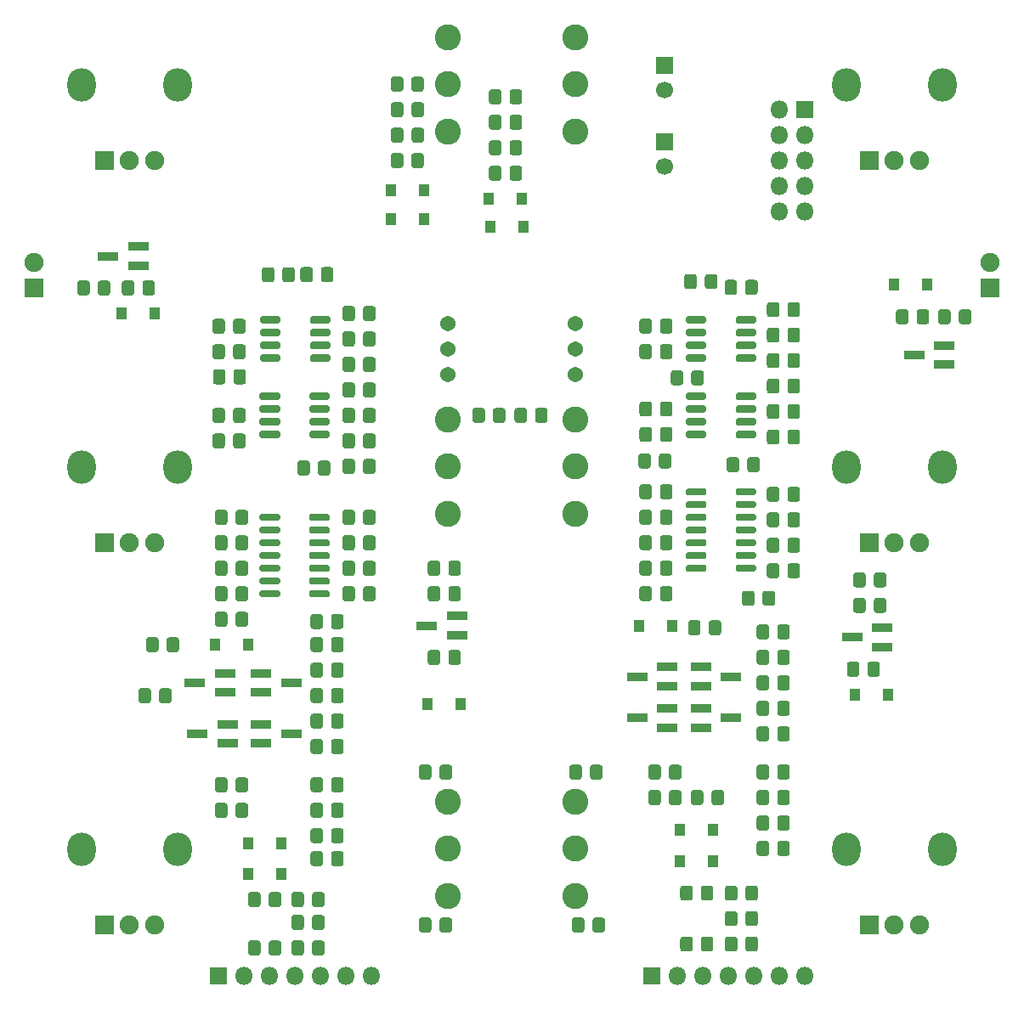
<source format=gbr>
G04 #@! TF.GenerationSoftware,KiCad,Pcbnew,5.1.6-c6e7f7d~86~ubuntu18.04.1*
G04 #@! TF.CreationDate,2020-06-20T10:00:21-04:00*
G04 #@! TF.ProjectId,slope_generators,736c6f70-655f-4676-956e-657261746f72,rev?*
G04 #@! TF.SameCoordinates,Original*
G04 #@! TF.FileFunction,Soldermask,Bot*
G04 #@! TF.FilePolarity,Negative*
%FSLAX46Y46*%
G04 Gerber Fmt 4.6, Leading zero omitted, Abs format (unit mm)*
G04 Created by KiCad (PCBNEW 5.1.6-c6e7f7d~86~ubuntu18.04.1) date 2020-06-20 10:00:21*
%MOMM*%
%LPD*%
G01*
G04 APERTURE LIST*
%ADD10C,1.540000*%
%ADD11R,2.000000X0.900000*%
%ADD12C,1.900000*%
%ADD13R,1.900000X1.900000*%
%ADD14R,1.000000X1.300000*%
%ADD15C,1.700000*%
%ADD16R,1.700000X1.700000*%
%ADD17C,2.600000*%
%ADD18O,2.820000X3.340000*%
%ADD19O,1.800000X1.800000*%
%ADD20R,1.800000X1.800000*%
G04 APERTURE END LIST*
G36*
G01*
X173408000Y-106855000D02*
X173408000Y-106505000D01*
G75*
G02*
X173583000Y-106330000I175000J0D01*
G01*
X175283000Y-106330000D01*
G75*
G02*
X175458000Y-106505000I0J-175000D01*
G01*
X175458000Y-106855000D01*
G75*
G02*
X175283000Y-107030000I-175000J0D01*
G01*
X173583000Y-107030000D01*
G75*
G02*
X173408000Y-106855000I0J175000D01*
G01*
G37*
G36*
G01*
X173408000Y-105585000D02*
X173408000Y-105235000D01*
G75*
G02*
X173583000Y-105060000I175000J0D01*
G01*
X175283000Y-105060000D01*
G75*
G02*
X175458000Y-105235000I0J-175000D01*
G01*
X175458000Y-105585000D01*
G75*
G02*
X175283000Y-105760000I-175000J0D01*
G01*
X173583000Y-105760000D01*
G75*
G02*
X173408000Y-105585000I0J175000D01*
G01*
G37*
G36*
G01*
X173408000Y-104315000D02*
X173408000Y-103965000D01*
G75*
G02*
X173583000Y-103790000I175000J0D01*
G01*
X175283000Y-103790000D01*
G75*
G02*
X175458000Y-103965000I0J-175000D01*
G01*
X175458000Y-104315000D01*
G75*
G02*
X175283000Y-104490000I-175000J0D01*
G01*
X173583000Y-104490000D01*
G75*
G02*
X173408000Y-104315000I0J175000D01*
G01*
G37*
G36*
G01*
X173408000Y-103045000D02*
X173408000Y-102695000D01*
G75*
G02*
X173583000Y-102520000I175000J0D01*
G01*
X175283000Y-102520000D01*
G75*
G02*
X175458000Y-102695000I0J-175000D01*
G01*
X175458000Y-103045000D01*
G75*
G02*
X175283000Y-103220000I-175000J0D01*
G01*
X173583000Y-103220000D01*
G75*
G02*
X173408000Y-103045000I0J175000D01*
G01*
G37*
G36*
G01*
X173408000Y-101775000D02*
X173408000Y-101425000D01*
G75*
G02*
X173583000Y-101250000I175000J0D01*
G01*
X175283000Y-101250000D01*
G75*
G02*
X175458000Y-101425000I0J-175000D01*
G01*
X175458000Y-101775000D01*
G75*
G02*
X175283000Y-101950000I-175000J0D01*
G01*
X173583000Y-101950000D01*
G75*
G02*
X173408000Y-101775000I0J175000D01*
G01*
G37*
G36*
G01*
X173408000Y-100505000D02*
X173408000Y-100155000D01*
G75*
G02*
X173583000Y-99980000I175000J0D01*
G01*
X175283000Y-99980000D01*
G75*
G02*
X175458000Y-100155000I0J-175000D01*
G01*
X175458000Y-100505000D01*
G75*
G02*
X175283000Y-100680000I-175000J0D01*
G01*
X173583000Y-100680000D01*
G75*
G02*
X173408000Y-100505000I0J175000D01*
G01*
G37*
G36*
G01*
X173408000Y-99235000D02*
X173408000Y-98885000D01*
G75*
G02*
X173583000Y-98710000I175000J0D01*
G01*
X175283000Y-98710000D01*
G75*
G02*
X175458000Y-98885000I0J-175000D01*
G01*
X175458000Y-99235000D01*
G75*
G02*
X175283000Y-99410000I-175000J0D01*
G01*
X173583000Y-99410000D01*
G75*
G02*
X173408000Y-99235000I0J175000D01*
G01*
G37*
G36*
G01*
X168458000Y-99235000D02*
X168458000Y-98885000D01*
G75*
G02*
X168633000Y-98710000I175000J0D01*
G01*
X170333000Y-98710000D01*
G75*
G02*
X170508000Y-98885000I0J-175000D01*
G01*
X170508000Y-99235000D01*
G75*
G02*
X170333000Y-99410000I-175000J0D01*
G01*
X168633000Y-99410000D01*
G75*
G02*
X168458000Y-99235000I0J175000D01*
G01*
G37*
G36*
G01*
X168458000Y-100505000D02*
X168458000Y-100155000D01*
G75*
G02*
X168633000Y-99980000I175000J0D01*
G01*
X170333000Y-99980000D01*
G75*
G02*
X170508000Y-100155000I0J-175000D01*
G01*
X170508000Y-100505000D01*
G75*
G02*
X170333000Y-100680000I-175000J0D01*
G01*
X168633000Y-100680000D01*
G75*
G02*
X168458000Y-100505000I0J175000D01*
G01*
G37*
G36*
G01*
X168458000Y-101775000D02*
X168458000Y-101425000D01*
G75*
G02*
X168633000Y-101250000I175000J0D01*
G01*
X170333000Y-101250000D01*
G75*
G02*
X170508000Y-101425000I0J-175000D01*
G01*
X170508000Y-101775000D01*
G75*
G02*
X170333000Y-101950000I-175000J0D01*
G01*
X168633000Y-101950000D01*
G75*
G02*
X168458000Y-101775000I0J175000D01*
G01*
G37*
G36*
G01*
X168458000Y-103045000D02*
X168458000Y-102695000D01*
G75*
G02*
X168633000Y-102520000I175000J0D01*
G01*
X170333000Y-102520000D01*
G75*
G02*
X170508000Y-102695000I0J-175000D01*
G01*
X170508000Y-103045000D01*
G75*
G02*
X170333000Y-103220000I-175000J0D01*
G01*
X168633000Y-103220000D01*
G75*
G02*
X168458000Y-103045000I0J175000D01*
G01*
G37*
G36*
G01*
X168458000Y-104315000D02*
X168458000Y-103965000D01*
G75*
G02*
X168633000Y-103790000I175000J0D01*
G01*
X170333000Y-103790000D01*
G75*
G02*
X170508000Y-103965000I0J-175000D01*
G01*
X170508000Y-104315000D01*
G75*
G02*
X170333000Y-104490000I-175000J0D01*
G01*
X168633000Y-104490000D01*
G75*
G02*
X168458000Y-104315000I0J175000D01*
G01*
G37*
G36*
G01*
X168458000Y-105585000D02*
X168458000Y-105235000D01*
G75*
G02*
X168633000Y-105060000I175000J0D01*
G01*
X170333000Y-105060000D01*
G75*
G02*
X170508000Y-105235000I0J-175000D01*
G01*
X170508000Y-105585000D01*
G75*
G02*
X170333000Y-105760000I-175000J0D01*
G01*
X168633000Y-105760000D01*
G75*
G02*
X168458000Y-105585000I0J175000D01*
G01*
G37*
G36*
G01*
X168458000Y-106855000D02*
X168458000Y-106505000D01*
G75*
G02*
X168633000Y-106330000I175000J0D01*
G01*
X170333000Y-106330000D01*
G75*
G02*
X170508000Y-106505000I0J-175000D01*
G01*
X170508000Y-106855000D01*
G75*
G02*
X170333000Y-107030000I-175000J0D01*
G01*
X168633000Y-107030000D01*
G75*
G02*
X168458000Y-106855000I0J175000D01*
G01*
G37*
G36*
G01*
X173408000Y-93520000D02*
X173408000Y-93170000D01*
G75*
G02*
X173583000Y-92995000I175000J0D01*
G01*
X175283000Y-92995000D01*
G75*
G02*
X175458000Y-93170000I0J-175000D01*
G01*
X175458000Y-93520000D01*
G75*
G02*
X175283000Y-93695000I-175000J0D01*
G01*
X173583000Y-93695000D01*
G75*
G02*
X173408000Y-93520000I0J175000D01*
G01*
G37*
G36*
G01*
X173408000Y-92250000D02*
X173408000Y-91900000D01*
G75*
G02*
X173583000Y-91725000I175000J0D01*
G01*
X175283000Y-91725000D01*
G75*
G02*
X175458000Y-91900000I0J-175000D01*
G01*
X175458000Y-92250000D01*
G75*
G02*
X175283000Y-92425000I-175000J0D01*
G01*
X173583000Y-92425000D01*
G75*
G02*
X173408000Y-92250000I0J175000D01*
G01*
G37*
G36*
G01*
X173408000Y-90980000D02*
X173408000Y-90630000D01*
G75*
G02*
X173583000Y-90455000I175000J0D01*
G01*
X175283000Y-90455000D01*
G75*
G02*
X175458000Y-90630000I0J-175000D01*
G01*
X175458000Y-90980000D01*
G75*
G02*
X175283000Y-91155000I-175000J0D01*
G01*
X173583000Y-91155000D01*
G75*
G02*
X173408000Y-90980000I0J175000D01*
G01*
G37*
G36*
G01*
X173408000Y-89710000D02*
X173408000Y-89360000D01*
G75*
G02*
X173583000Y-89185000I175000J0D01*
G01*
X175283000Y-89185000D01*
G75*
G02*
X175458000Y-89360000I0J-175000D01*
G01*
X175458000Y-89710000D01*
G75*
G02*
X175283000Y-89885000I-175000J0D01*
G01*
X173583000Y-89885000D01*
G75*
G02*
X173408000Y-89710000I0J175000D01*
G01*
G37*
G36*
G01*
X168458000Y-89710000D02*
X168458000Y-89360000D01*
G75*
G02*
X168633000Y-89185000I175000J0D01*
G01*
X170333000Y-89185000D01*
G75*
G02*
X170508000Y-89360000I0J-175000D01*
G01*
X170508000Y-89710000D01*
G75*
G02*
X170333000Y-89885000I-175000J0D01*
G01*
X168633000Y-89885000D01*
G75*
G02*
X168458000Y-89710000I0J175000D01*
G01*
G37*
G36*
G01*
X168458000Y-90980000D02*
X168458000Y-90630000D01*
G75*
G02*
X168633000Y-90455000I175000J0D01*
G01*
X170333000Y-90455000D01*
G75*
G02*
X170508000Y-90630000I0J-175000D01*
G01*
X170508000Y-90980000D01*
G75*
G02*
X170333000Y-91155000I-175000J0D01*
G01*
X168633000Y-91155000D01*
G75*
G02*
X168458000Y-90980000I0J175000D01*
G01*
G37*
G36*
G01*
X168458000Y-92250000D02*
X168458000Y-91900000D01*
G75*
G02*
X168633000Y-91725000I175000J0D01*
G01*
X170333000Y-91725000D01*
G75*
G02*
X170508000Y-91900000I0J-175000D01*
G01*
X170508000Y-92250000D01*
G75*
G02*
X170333000Y-92425000I-175000J0D01*
G01*
X168633000Y-92425000D01*
G75*
G02*
X168458000Y-92250000I0J175000D01*
G01*
G37*
G36*
G01*
X168458000Y-93520000D02*
X168458000Y-93170000D01*
G75*
G02*
X168633000Y-92995000I175000J0D01*
G01*
X170333000Y-92995000D01*
G75*
G02*
X170508000Y-93170000I0J-175000D01*
G01*
X170508000Y-93520000D01*
G75*
G02*
X170333000Y-93695000I-175000J0D01*
G01*
X168633000Y-93695000D01*
G75*
G02*
X168458000Y-93520000I0J175000D01*
G01*
G37*
G36*
G01*
X173408000Y-85900000D02*
X173408000Y-85550000D01*
G75*
G02*
X173583000Y-85375000I175000J0D01*
G01*
X175283000Y-85375000D01*
G75*
G02*
X175458000Y-85550000I0J-175000D01*
G01*
X175458000Y-85900000D01*
G75*
G02*
X175283000Y-86075000I-175000J0D01*
G01*
X173583000Y-86075000D01*
G75*
G02*
X173408000Y-85900000I0J175000D01*
G01*
G37*
G36*
G01*
X173408000Y-84630000D02*
X173408000Y-84280000D01*
G75*
G02*
X173583000Y-84105000I175000J0D01*
G01*
X175283000Y-84105000D01*
G75*
G02*
X175458000Y-84280000I0J-175000D01*
G01*
X175458000Y-84630000D01*
G75*
G02*
X175283000Y-84805000I-175000J0D01*
G01*
X173583000Y-84805000D01*
G75*
G02*
X173408000Y-84630000I0J175000D01*
G01*
G37*
G36*
G01*
X173408000Y-83360000D02*
X173408000Y-83010000D01*
G75*
G02*
X173583000Y-82835000I175000J0D01*
G01*
X175283000Y-82835000D01*
G75*
G02*
X175458000Y-83010000I0J-175000D01*
G01*
X175458000Y-83360000D01*
G75*
G02*
X175283000Y-83535000I-175000J0D01*
G01*
X173583000Y-83535000D01*
G75*
G02*
X173408000Y-83360000I0J175000D01*
G01*
G37*
G36*
G01*
X173408000Y-82090000D02*
X173408000Y-81740000D01*
G75*
G02*
X173583000Y-81565000I175000J0D01*
G01*
X175283000Y-81565000D01*
G75*
G02*
X175458000Y-81740000I0J-175000D01*
G01*
X175458000Y-82090000D01*
G75*
G02*
X175283000Y-82265000I-175000J0D01*
G01*
X173583000Y-82265000D01*
G75*
G02*
X173408000Y-82090000I0J175000D01*
G01*
G37*
G36*
G01*
X168458000Y-82090000D02*
X168458000Y-81740000D01*
G75*
G02*
X168633000Y-81565000I175000J0D01*
G01*
X170333000Y-81565000D01*
G75*
G02*
X170508000Y-81740000I0J-175000D01*
G01*
X170508000Y-82090000D01*
G75*
G02*
X170333000Y-82265000I-175000J0D01*
G01*
X168633000Y-82265000D01*
G75*
G02*
X168458000Y-82090000I0J175000D01*
G01*
G37*
G36*
G01*
X168458000Y-83360000D02*
X168458000Y-83010000D01*
G75*
G02*
X168633000Y-82835000I175000J0D01*
G01*
X170333000Y-82835000D01*
G75*
G02*
X170508000Y-83010000I0J-175000D01*
G01*
X170508000Y-83360000D01*
G75*
G02*
X170333000Y-83535000I-175000J0D01*
G01*
X168633000Y-83535000D01*
G75*
G02*
X168458000Y-83360000I0J175000D01*
G01*
G37*
G36*
G01*
X168458000Y-84630000D02*
X168458000Y-84280000D01*
G75*
G02*
X168633000Y-84105000I175000J0D01*
G01*
X170333000Y-84105000D01*
G75*
G02*
X170508000Y-84280000I0J-175000D01*
G01*
X170508000Y-84630000D01*
G75*
G02*
X170333000Y-84805000I-175000J0D01*
G01*
X168633000Y-84805000D01*
G75*
G02*
X168458000Y-84630000I0J175000D01*
G01*
G37*
G36*
G01*
X168458000Y-85900000D02*
X168458000Y-85550000D01*
G75*
G02*
X168633000Y-85375000I175000J0D01*
G01*
X170333000Y-85375000D01*
G75*
G02*
X170508000Y-85550000I0J-175000D01*
G01*
X170508000Y-85900000D01*
G75*
G02*
X170333000Y-86075000I-175000J0D01*
G01*
X168633000Y-86075000D01*
G75*
G02*
X168458000Y-85900000I0J175000D01*
G01*
G37*
G36*
G01*
X130925000Y-109395000D02*
X130925000Y-109045000D01*
G75*
G02*
X131100000Y-108870000I175000J0D01*
G01*
X132800000Y-108870000D01*
G75*
G02*
X132975000Y-109045000I0J-175000D01*
G01*
X132975000Y-109395000D01*
G75*
G02*
X132800000Y-109570000I-175000J0D01*
G01*
X131100000Y-109570000D01*
G75*
G02*
X130925000Y-109395000I0J175000D01*
G01*
G37*
G36*
G01*
X130925000Y-108125000D02*
X130925000Y-107775000D01*
G75*
G02*
X131100000Y-107600000I175000J0D01*
G01*
X132800000Y-107600000D01*
G75*
G02*
X132975000Y-107775000I0J-175000D01*
G01*
X132975000Y-108125000D01*
G75*
G02*
X132800000Y-108300000I-175000J0D01*
G01*
X131100000Y-108300000D01*
G75*
G02*
X130925000Y-108125000I0J175000D01*
G01*
G37*
G36*
G01*
X130925000Y-106855000D02*
X130925000Y-106505000D01*
G75*
G02*
X131100000Y-106330000I175000J0D01*
G01*
X132800000Y-106330000D01*
G75*
G02*
X132975000Y-106505000I0J-175000D01*
G01*
X132975000Y-106855000D01*
G75*
G02*
X132800000Y-107030000I-175000J0D01*
G01*
X131100000Y-107030000D01*
G75*
G02*
X130925000Y-106855000I0J175000D01*
G01*
G37*
G36*
G01*
X130925000Y-105585000D02*
X130925000Y-105235000D01*
G75*
G02*
X131100000Y-105060000I175000J0D01*
G01*
X132800000Y-105060000D01*
G75*
G02*
X132975000Y-105235000I0J-175000D01*
G01*
X132975000Y-105585000D01*
G75*
G02*
X132800000Y-105760000I-175000J0D01*
G01*
X131100000Y-105760000D01*
G75*
G02*
X130925000Y-105585000I0J175000D01*
G01*
G37*
G36*
G01*
X130925000Y-104315000D02*
X130925000Y-103965000D01*
G75*
G02*
X131100000Y-103790000I175000J0D01*
G01*
X132800000Y-103790000D01*
G75*
G02*
X132975000Y-103965000I0J-175000D01*
G01*
X132975000Y-104315000D01*
G75*
G02*
X132800000Y-104490000I-175000J0D01*
G01*
X131100000Y-104490000D01*
G75*
G02*
X130925000Y-104315000I0J175000D01*
G01*
G37*
G36*
G01*
X130925000Y-103045000D02*
X130925000Y-102695000D01*
G75*
G02*
X131100000Y-102520000I175000J0D01*
G01*
X132800000Y-102520000D01*
G75*
G02*
X132975000Y-102695000I0J-175000D01*
G01*
X132975000Y-103045000D01*
G75*
G02*
X132800000Y-103220000I-175000J0D01*
G01*
X131100000Y-103220000D01*
G75*
G02*
X130925000Y-103045000I0J175000D01*
G01*
G37*
G36*
G01*
X130925000Y-101775000D02*
X130925000Y-101425000D01*
G75*
G02*
X131100000Y-101250000I175000J0D01*
G01*
X132800000Y-101250000D01*
G75*
G02*
X132975000Y-101425000I0J-175000D01*
G01*
X132975000Y-101775000D01*
G75*
G02*
X132800000Y-101950000I-175000J0D01*
G01*
X131100000Y-101950000D01*
G75*
G02*
X130925000Y-101775000I0J175000D01*
G01*
G37*
G36*
G01*
X125975000Y-101775000D02*
X125975000Y-101425000D01*
G75*
G02*
X126150000Y-101250000I175000J0D01*
G01*
X127850000Y-101250000D01*
G75*
G02*
X128025000Y-101425000I0J-175000D01*
G01*
X128025000Y-101775000D01*
G75*
G02*
X127850000Y-101950000I-175000J0D01*
G01*
X126150000Y-101950000D01*
G75*
G02*
X125975000Y-101775000I0J175000D01*
G01*
G37*
G36*
G01*
X125975000Y-103045000D02*
X125975000Y-102695000D01*
G75*
G02*
X126150000Y-102520000I175000J0D01*
G01*
X127850000Y-102520000D01*
G75*
G02*
X128025000Y-102695000I0J-175000D01*
G01*
X128025000Y-103045000D01*
G75*
G02*
X127850000Y-103220000I-175000J0D01*
G01*
X126150000Y-103220000D01*
G75*
G02*
X125975000Y-103045000I0J175000D01*
G01*
G37*
G36*
G01*
X125975000Y-104315000D02*
X125975000Y-103965000D01*
G75*
G02*
X126150000Y-103790000I175000J0D01*
G01*
X127850000Y-103790000D01*
G75*
G02*
X128025000Y-103965000I0J-175000D01*
G01*
X128025000Y-104315000D01*
G75*
G02*
X127850000Y-104490000I-175000J0D01*
G01*
X126150000Y-104490000D01*
G75*
G02*
X125975000Y-104315000I0J175000D01*
G01*
G37*
G36*
G01*
X125975000Y-105585000D02*
X125975000Y-105235000D01*
G75*
G02*
X126150000Y-105060000I175000J0D01*
G01*
X127850000Y-105060000D01*
G75*
G02*
X128025000Y-105235000I0J-175000D01*
G01*
X128025000Y-105585000D01*
G75*
G02*
X127850000Y-105760000I-175000J0D01*
G01*
X126150000Y-105760000D01*
G75*
G02*
X125975000Y-105585000I0J175000D01*
G01*
G37*
G36*
G01*
X125975000Y-106855000D02*
X125975000Y-106505000D01*
G75*
G02*
X126150000Y-106330000I175000J0D01*
G01*
X127850000Y-106330000D01*
G75*
G02*
X128025000Y-106505000I0J-175000D01*
G01*
X128025000Y-106855000D01*
G75*
G02*
X127850000Y-107030000I-175000J0D01*
G01*
X126150000Y-107030000D01*
G75*
G02*
X125975000Y-106855000I0J175000D01*
G01*
G37*
G36*
G01*
X125975000Y-108125000D02*
X125975000Y-107775000D01*
G75*
G02*
X126150000Y-107600000I175000J0D01*
G01*
X127850000Y-107600000D01*
G75*
G02*
X128025000Y-107775000I0J-175000D01*
G01*
X128025000Y-108125000D01*
G75*
G02*
X127850000Y-108300000I-175000J0D01*
G01*
X126150000Y-108300000D01*
G75*
G02*
X125975000Y-108125000I0J175000D01*
G01*
G37*
G36*
G01*
X125975000Y-109395000D02*
X125975000Y-109045000D01*
G75*
G02*
X126150000Y-108870000I175000J0D01*
G01*
X127850000Y-108870000D01*
G75*
G02*
X128025000Y-109045000I0J-175000D01*
G01*
X128025000Y-109395000D01*
G75*
G02*
X127850000Y-109570000I-175000J0D01*
G01*
X126150000Y-109570000D01*
G75*
G02*
X125975000Y-109395000I0J175000D01*
G01*
G37*
G36*
G01*
X130925000Y-93520000D02*
X130925000Y-93170000D01*
G75*
G02*
X131100000Y-92995000I175000J0D01*
G01*
X132800000Y-92995000D01*
G75*
G02*
X132975000Y-93170000I0J-175000D01*
G01*
X132975000Y-93520000D01*
G75*
G02*
X132800000Y-93695000I-175000J0D01*
G01*
X131100000Y-93695000D01*
G75*
G02*
X130925000Y-93520000I0J175000D01*
G01*
G37*
G36*
G01*
X130925000Y-92250000D02*
X130925000Y-91900000D01*
G75*
G02*
X131100000Y-91725000I175000J0D01*
G01*
X132800000Y-91725000D01*
G75*
G02*
X132975000Y-91900000I0J-175000D01*
G01*
X132975000Y-92250000D01*
G75*
G02*
X132800000Y-92425000I-175000J0D01*
G01*
X131100000Y-92425000D01*
G75*
G02*
X130925000Y-92250000I0J175000D01*
G01*
G37*
G36*
G01*
X130925000Y-90980000D02*
X130925000Y-90630000D01*
G75*
G02*
X131100000Y-90455000I175000J0D01*
G01*
X132800000Y-90455000D01*
G75*
G02*
X132975000Y-90630000I0J-175000D01*
G01*
X132975000Y-90980000D01*
G75*
G02*
X132800000Y-91155000I-175000J0D01*
G01*
X131100000Y-91155000D01*
G75*
G02*
X130925000Y-90980000I0J175000D01*
G01*
G37*
G36*
G01*
X130925000Y-89710000D02*
X130925000Y-89360000D01*
G75*
G02*
X131100000Y-89185000I175000J0D01*
G01*
X132800000Y-89185000D01*
G75*
G02*
X132975000Y-89360000I0J-175000D01*
G01*
X132975000Y-89710000D01*
G75*
G02*
X132800000Y-89885000I-175000J0D01*
G01*
X131100000Y-89885000D01*
G75*
G02*
X130925000Y-89710000I0J175000D01*
G01*
G37*
G36*
G01*
X125975000Y-89710000D02*
X125975000Y-89360000D01*
G75*
G02*
X126150000Y-89185000I175000J0D01*
G01*
X127850000Y-89185000D01*
G75*
G02*
X128025000Y-89360000I0J-175000D01*
G01*
X128025000Y-89710000D01*
G75*
G02*
X127850000Y-89885000I-175000J0D01*
G01*
X126150000Y-89885000D01*
G75*
G02*
X125975000Y-89710000I0J175000D01*
G01*
G37*
G36*
G01*
X125975000Y-90980000D02*
X125975000Y-90630000D01*
G75*
G02*
X126150000Y-90455000I175000J0D01*
G01*
X127850000Y-90455000D01*
G75*
G02*
X128025000Y-90630000I0J-175000D01*
G01*
X128025000Y-90980000D01*
G75*
G02*
X127850000Y-91155000I-175000J0D01*
G01*
X126150000Y-91155000D01*
G75*
G02*
X125975000Y-90980000I0J175000D01*
G01*
G37*
G36*
G01*
X125975000Y-92250000D02*
X125975000Y-91900000D01*
G75*
G02*
X126150000Y-91725000I175000J0D01*
G01*
X127850000Y-91725000D01*
G75*
G02*
X128025000Y-91900000I0J-175000D01*
G01*
X128025000Y-92250000D01*
G75*
G02*
X127850000Y-92425000I-175000J0D01*
G01*
X126150000Y-92425000D01*
G75*
G02*
X125975000Y-92250000I0J175000D01*
G01*
G37*
G36*
G01*
X125975000Y-93520000D02*
X125975000Y-93170000D01*
G75*
G02*
X126150000Y-92995000I175000J0D01*
G01*
X127850000Y-92995000D01*
G75*
G02*
X128025000Y-93170000I0J-175000D01*
G01*
X128025000Y-93520000D01*
G75*
G02*
X127850000Y-93695000I-175000J0D01*
G01*
X126150000Y-93695000D01*
G75*
G02*
X125975000Y-93520000I0J175000D01*
G01*
G37*
G36*
G01*
X130990000Y-85900000D02*
X130990000Y-85550000D01*
G75*
G02*
X131165000Y-85375000I175000J0D01*
G01*
X132865000Y-85375000D01*
G75*
G02*
X133040000Y-85550000I0J-175000D01*
G01*
X133040000Y-85900000D01*
G75*
G02*
X132865000Y-86075000I-175000J0D01*
G01*
X131165000Y-86075000D01*
G75*
G02*
X130990000Y-85900000I0J175000D01*
G01*
G37*
G36*
G01*
X130990000Y-84630000D02*
X130990000Y-84280000D01*
G75*
G02*
X131165000Y-84105000I175000J0D01*
G01*
X132865000Y-84105000D01*
G75*
G02*
X133040000Y-84280000I0J-175000D01*
G01*
X133040000Y-84630000D01*
G75*
G02*
X132865000Y-84805000I-175000J0D01*
G01*
X131165000Y-84805000D01*
G75*
G02*
X130990000Y-84630000I0J175000D01*
G01*
G37*
G36*
G01*
X130990000Y-83360000D02*
X130990000Y-83010000D01*
G75*
G02*
X131165000Y-82835000I175000J0D01*
G01*
X132865000Y-82835000D01*
G75*
G02*
X133040000Y-83010000I0J-175000D01*
G01*
X133040000Y-83360000D01*
G75*
G02*
X132865000Y-83535000I-175000J0D01*
G01*
X131165000Y-83535000D01*
G75*
G02*
X130990000Y-83360000I0J175000D01*
G01*
G37*
G36*
G01*
X130990000Y-82090000D02*
X130990000Y-81740000D01*
G75*
G02*
X131165000Y-81565000I175000J0D01*
G01*
X132865000Y-81565000D01*
G75*
G02*
X133040000Y-81740000I0J-175000D01*
G01*
X133040000Y-82090000D01*
G75*
G02*
X132865000Y-82265000I-175000J0D01*
G01*
X131165000Y-82265000D01*
G75*
G02*
X130990000Y-82090000I0J175000D01*
G01*
G37*
G36*
G01*
X126040000Y-82090000D02*
X126040000Y-81740000D01*
G75*
G02*
X126215000Y-81565000I175000J0D01*
G01*
X127915000Y-81565000D01*
G75*
G02*
X128090000Y-81740000I0J-175000D01*
G01*
X128090000Y-82090000D01*
G75*
G02*
X127915000Y-82265000I-175000J0D01*
G01*
X126215000Y-82265000D01*
G75*
G02*
X126040000Y-82090000I0J175000D01*
G01*
G37*
G36*
G01*
X126040000Y-83360000D02*
X126040000Y-83010000D01*
G75*
G02*
X126215000Y-82835000I175000J0D01*
G01*
X127915000Y-82835000D01*
G75*
G02*
X128090000Y-83010000I0J-175000D01*
G01*
X128090000Y-83360000D01*
G75*
G02*
X127915000Y-83535000I-175000J0D01*
G01*
X126215000Y-83535000D01*
G75*
G02*
X126040000Y-83360000I0J175000D01*
G01*
G37*
G36*
G01*
X126040000Y-84630000D02*
X126040000Y-84280000D01*
G75*
G02*
X126215000Y-84105000I175000J0D01*
G01*
X127915000Y-84105000D01*
G75*
G02*
X128090000Y-84280000I0J-175000D01*
G01*
X128090000Y-84630000D01*
G75*
G02*
X127915000Y-84805000I-175000J0D01*
G01*
X126215000Y-84805000D01*
G75*
G02*
X126040000Y-84630000I0J175000D01*
G01*
G37*
G36*
G01*
X126040000Y-85900000D02*
X126040000Y-85550000D01*
G75*
G02*
X126215000Y-85375000I175000J0D01*
G01*
X127915000Y-85375000D01*
G75*
G02*
X128090000Y-85550000I0J-175000D01*
G01*
X128090000Y-85900000D01*
G75*
G02*
X127915000Y-86075000I-175000J0D01*
G01*
X126215000Y-86075000D01*
G75*
G02*
X126040000Y-85900000I0J175000D01*
G01*
G37*
D10*
X157480000Y-82296000D03*
X157480000Y-84836000D03*
X157480000Y-87376000D03*
X144780000Y-82296000D03*
X144780000Y-84836000D03*
X144780000Y-87376000D03*
G36*
G01*
X195649800Y-82088462D02*
X195649800Y-81131938D01*
G75*
G02*
X195921538Y-80860200I271738J0D01*
G01*
X196628062Y-80860200D01*
G75*
G02*
X196899800Y-81131938I0J-271738D01*
G01*
X196899800Y-82088462D01*
G75*
G02*
X196628062Y-82360200I-271738J0D01*
G01*
X195921538Y-82360200D01*
G75*
G02*
X195649800Y-82088462I0J271738D01*
G01*
G37*
G36*
G01*
X193599800Y-82088462D02*
X193599800Y-81131938D01*
G75*
G02*
X193871538Y-80860200I271738J0D01*
G01*
X194578062Y-80860200D01*
G75*
G02*
X194849800Y-81131938I0J-271738D01*
G01*
X194849800Y-82088462D01*
G75*
G02*
X194578062Y-82360200I-271738J0D01*
G01*
X193871538Y-82360200D01*
G75*
G02*
X193599800Y-82088462I0J271738D01*
G01*
G37*
G36*
G01*
X190649800Y-81131938D02*
X190649800Y-82088462D01*
G75*
G02*
X190378062Y-82360200I-271738J0D01*
G01*
X189671538Y-82360200D01*
G75*
G02*
X189399800Y-82088462I0J271738D01*
G01*
X189399800Y-81131938D01*
G75*
G02*
X189671538Y-80860200I271738J0D01*
G01*
X190378062Y-80860200D01*
G75*
G02*
X190649800Y-81131938I0J-271738D01*
G01*
G37*
G36*
G01*
X192699800Y-81131938D02*
X192699800Y-82088462D01*
G75*
G02*
X192428062Y-82360200I-271738J0D01*
G01*
X191721538Y-82360200D01*
G75*
G02*
X191449800Y-82088462I0J271738D01*
G01*
X191449800Y-81131938D01*
G75*
G02*
X191721538Y-80860200I271738J0D01*
G01*
X192428062Y-80860200D01*
G75*
G02*
X192699800Y-81131938I0J-271738D01*
G01*
G37*
G36*
G01*
X165881000Y-93823262D02*
X165881000Y-92866738D01*
G75*
G02*
X166152738Y-92595000I271738J0D01*
G01*
X166859262Y-92595000D01*
G75*
G02*
X167131000Y-92866738I0J-271738D01*
G01*
X167131000Y-93823262D01*
G75*
G02*
X166859262Y-94095000I-271738J0D01*
G01*
X166152738Y-94095000D01*
G75*
G02*
X165881000Y-93823262I0J271738D01*
G01*
G37*
G36*
G01*
X163831000Y-93823262D02*
X163831000Y-92866738D01*
G75*
G02*
X164102738Y-92595000I271738J0D01*
G01*
X164809262Y-92595000D01*
G75*
G02*
X165081000Y-92866738I0J-271738D01*
G01*
X165081000Y-93823262D01*
G75*
G02*
X164809262Y-94095000I-271738J0D01*
G01*
X164102738Y-94095000D01*
G75*
G02*
X163831000Y-93823262I0J271738D01*
G01*
G37*
G36*
G01*
X170205560Y-129056658D02*
X170205560Y-130013182D01*
G75*
G02*
X169933822Y-130284920I-271738J0D01*
G01*
X169227298Y-130284920D01*
G75*
G02*
X168955560Y-130013182I0J271738D01*
G01*
X168955560Y-129056658D01*
G75*
G02*
X169227298Y-128784920I271738J0D01*
G01*
X169933822Y-128784920D01*
G75*
G02*
X170205560Y-129056658I0J-271738D01*
G01*
G37*
G36*
G01*
X172255560Y-129056658D02*
X172255560Y-130013182D01*
G75*
G02*
X171983822Y-130284920I-271738J0D01*
G01*
X171277298Y-130284920D01*
G75*
G02*
X171005560Y-130013182I0J271738D01*
G01*
X171005560Y-129056658D01*
G75*
G02*
X171277298Y-128784920I271738J0D01*
G01*
X171983822Y-128784920D01*
G75*
G02*
X172255560Y-129056658I0J-271738D01*
G01*
G37*
G36*
G01*
X165081000Y-108741738D02*
X165081000Y-109698262D01*
G75*
G02*
X164809262Y-109970000I-271738J0D01*
G01*
X164102738Y-109970000D01*
G75*
G02*
X163831000Y-109698262I0J271738D01*
G01*
X163831000Y-108741738D01*
G75*
G02*
X164102738Y-108470000I271738J0D01*
G01*
X164809262Y-108470000D01*
G75*
G02*
X165081000Y-108741738I0J-271738D01*
G01*
G37*
G36*
G01*
X167131000Y-108741738D02*
X167131000Y-109698262D01*
G75*
G02*
X166859262Y-109970000I-271738J0D01*
G01*
X166152738Y-109970000D01*
G75*
G02*
X165881000Y-109698262I0J271738D01*
G01*
X165881000Y-108741738D01*
G75*
G02*
X166152738Y-108470000I271738J0D01*
G01*
X166859262Y-108470000D01*
G75*
G02*
X167131000Y-108741738I0J-271738D01*
G01*
G37*
G36*
G01*
X165881000Y-107158262D02*
X165881000Y-106201738D01*
G75*
G02*
X166152738Y-105930000I271738J0D01*
G01*
X166859262Y-105930000D01*
G75*
G02*
X167131000Y-106201738I0J-271738D01*
G01*
X167131000Y-107158262D01*
G75*
G02*
X166859262Y-107430000I-271738J0D01*
G01*
X166152738Y-107430000D01*
G75*
G02*
X165881000Y-107158262I0J271738D01*
G01*
G37*
G36*
G01*
X163831000Y-107158262D02*
X163831000Y-106201738D01*
G75*
G02*
X164102738Y-105930000I271738J0D01*
G01*
X164809262Y-105930000D01*
G75*
G02*
X165081000Y-106201738I0J-271738D01*
G01*
X165081000Y-107158262D01*
G75*
G02*
X164809262Y-107430000I-271738J0D01*
G01*
X164102738Y-107430000D01*
G75*
G02*
X163831000Y-107158262I0J271738D01*
G01*
G37*
G36*
G01*
X165081000Y-103661738D02*
X165081000Y-104618262D01*
G75*
G02*
X164809262Y-104890000I-271738J0D01*
G01*
X164102738Y-104890000D01*
G75*
G02*
X163831000Y-104618262I0J271738D01*
G01*
X163831000Y-103661738D01*
G75*
G02*
X164102738Y-103390000I271738J0D01*
G01*
X164809262Y-103390000D01*
G75*
G02*
X165081000Y-103661738I0J-271738D01*
G01*
G37*
G36*
G01*
X167131000Y-103661738D02*
X167131000Y-104618262D01*
G75*
G02*
X166859262Y-104890000I-271738J0D01*
G01*
X166152738Y-104890000D01*
G75*
G02*
X165881000Y-104618262I0J271738D01*
G01*
X165881000Y-103661738D01*
G75*
G02*
X166152738Y-103390000I271738J0D01*
G01*
X166859262Y-103390000D01*
G75*
G02*
X167131000Y-103661738I0J-271738D01*
G01*
G37*
G36*
G01*
X165081000Y-98581738D02*
X165081000Y-99538262D01*
G75*
G02*
X164809262Y-99810000I-271738J0D01*
G01*
X164102738Y-99810000D01*
G75*
G02*
X163831000Y-99538262I0J271738D01*
G01*
X163831000Y-98581738D01*
G75*
G02*
X164102738Y-98310000I271738J0D01*
G01*
X164809262Y-98310000D01*
G75*
G02*
X165081000Y-98581738I0J-271738D01*
G01*
G37*
G36*
G01*
X167131000Y-98581738D02*
X167131000Y-99538262D01*
G75*
G02*
X166859262Y-99810000I-271738J0D01*
G01*
X166152738Y-99810000D01*
G75*
G02*
X165881000Y-99538262I0J271738D01*
G01*
X165881000Y-98581738D01*
G75*
G02*
X166152738Y-98310000I271738J0D01*
G01*
X166859262Y-98310000D01*
G75*
G02*
X167131000Y-98581738I0J-271738D01*
G01*
G37*
G36*
G01*
X165081000Y-101121738D02*
X165081000Y-102078262D01*
G75*
G02*
X164809262Y-102350000I-271738J0D01*
G01*
X164102738Y-102350000D01*
G75*
G02*
X163831000Y-102078262I0J271738D01*
G01*
X163831000Y-101121738D01*
G75*
G02*
X164102738Y-100850000I271738J0D01*
G01*
X164809262Y-100850000D01*
G75*
G02*
X165081000Y-101121738I0J-271738D01*
G01*
G37*
G36*
G01*
X167131000Y-101121738D02*
X167131000Y-102078262D01*
G75*
G02*
X166859262Y-102350000I-271738J0D01*
G01*
X166152738Y-102350000D01*
G75*
G02*
X165881000Y-102078262I0J271738D01*
G01*
X165881000Y-101121738D01*
G75*
G02*
X166152738Y-100850000I271738J0D01*
G01*
X166859262Y-100850000D01*
G75*
G02*
X167131000Y-101121738I0J-271738D01*
G01*
G37*
G36*
G01*
X170731240Y-113086622D02*
X170731240Y-112130098D01*
G75*
G02*
X171002978Y-111858360I271738J0D01*
G01*
X171709502Y-111858360D01*
G75*
G02*
X171981240Y-112130098I0J-271738D01*
G01*
X171981240Y-113086622D01*
G75*
G02*
X171709502Y-113358360I-271738J0D01*
G01*
X171002978Y-113358360D01*
G75*
G02*
X170731240Y-113086622I0J271738D01*
G01*
G37*
G36*
G01*
X168681240Y-113086622D02*
X168681240Y-112130098D01*
G75*
G02*
X168952978Y-111858360I271738J0D01*
G01*
X169659502Y-111858360D01*
G75*
G02*
X169931240Y-112130098I0J-271738D01*
G01*
X169931240Y-113086622D01*
G75*
G02*
X169659502Y-113358360I-271738J0D01*
G01*
X168952978Y-113358360D01*
G75*
G02*
X168681240Y-113086622I0J271738D01*
G01*
G37*
G36*
G01*
X178581000Y-94077262D02*
X178581000Y-93120738D01*
G75*
G02*
X178852738Y-92849000I271738J0D01*
G01*
X179559262Y-92849000D01*
G75*
G02*
X179831000Y-93120738I0J-271738D01*
G01*
X179831000Y-94077262D01*
G75*
G02*
X179559262Y-94349000I-271738J0D01*
G01*
X178852738Y-94349000D01*
G75*
G02*
X178581000Y-94077262I0J271738D01*
G01*
G37*
G36*
G01*
X176531000Y-94077262D02*
X176531000Y-93120738D01*
G75*
G02*
X176802738Y-92849000I271738J0D01*
G01*
X177509262Y-92849000D01*
G75*
G02*
X177781000Y-93120738I0J-271738D01*
G01*
X177781000Y-94077262D01*
G75*
G02*
X177509262Y-94349000I-271738J0D01*
G01*
X176802738Y-94349000D01*
G75*
G02*
X176531000Y-94077262I0J271738D01*
G01*
G37*
G36*
G01*
X164970400Y-95508338D02*
X164970400Y-96464862D01*
G75*
G02*
X164698662Y-96736600I-271738J0D01*
G01*
X163992138Y-96736600D01*
G75*
G02*
X163720400Y-96464862I0J271738D01*
G01*
X163720400Y-95508338D01*
G75*
G02*
X163992138Y-95236600I271738J0D01*
G01*
X164698662Y-95236600D01*
G75*
G02*
X164970400Y-95508338I0J-271738D01*
G01*
G37*
G36*
G01*
X167020400Y-95508338D02*
X167020400Y-96464862D01*
G75*
G02*
X166748662Y-96736600I-271738J0D01*
G01*
X166042138Y-96736600D01*
G75*
G02*
X165770400Y-96464862I0J271738D01*
G01*
X165770400Y-95508338D01*
G75*
G02*
X166042138Y-95236600I271738J0D01*
G01*
X166748662Y-95236600D01*
G75*
G02*
X167020400Y-95508338I0J-271738D01*
G01*
G37*
G36*
G01*
X165970000Y-126521738D02*
X165970000Y-127478262D01*
G75*
G02*
X165698262Y-127750000I-271738J0D01*
G01*
X164991738Y-127750000D01*
G75*
G02*
X164720000Y-127478262I0J271738D01*
G01*
X164720000Y-126521738D01*
G75*
G02*
X164991738Y-126250000I271738J0D01*
G01*
X165698262Y-126250000D01*
G75*
G02*
X165970000Y-126521738I0J-271738D01*
G01*
G37*
G36*
G01*
X168020000Y-126521738D02*
X168020000Y-127478262D01*
G75*
G02*
X167748262Y-127750000I-271738J0D01*
G01*
X167041738Y-127750000D01*
G75*
G02*
X166770000Y-127478262I0J271738D01*
G01*
X166770000Y-126521738D01*
G75*
G02*
X167041738Y-126250000I271738J0D01*
G01*
X167748262Y-126250000D01*
G75*
G02*
X168020000Y-126521738I0J-271738D01*
G01*
G37*
G36*
G01*
X177565000Y-127478262D02*
X177565000Y-126521738D01*
G75*
G02*
X177836738Y-126250000I271738J0D01*
G01*
X178543262Y-126250000D01*
G75*
G02*
X178815000Y-126521738I0J-271738D01*
G01*
X178815000Y-127478262D01*
G75*
G02*
X178543262Y-127750000I-271738J0D01*
G01*
X177836738Y-127750000D01*
G75*
G02*
X177565000Y-127478262I0J271738D01*
G01*
G37*
G36*
G01*
X175515000Y-127478262D02*
X175515000Y-126521738D01*
G75*
G02*
X175786738Y-126250000I271738J0D01*
G01*
X176493262Y-126250000D01*
G75*
G02*
X176765000Y-126521738I0J-271738D01*
G01*
X176765000Y-127478262D01*
G75*
G02*
X176493262Y-127750000I-271738J0D01*
G01*
X175786738Y-127750000D01*
G75*
G02*
X175515000Y-127478262I0J271738D01*
G01*
G37*
G36*
G01*
X177565000Y-113508262D02*
X177565000Y-112551738D01*
G75*
G02*
X177836738Y-112280000I271738J0D01*
G01*
X178543262Y-112280000D01*
G75*
G02*
X178815000Y-112551738I0J-271738D01*
G01*
X178815000Y-113508262D01*
G75*
G02*
X178543262Y-113780000I-271738J0D01*
G01*
X177836738Y-113780000D01*
G75*
G02*
X177565000Y-113508262I0J271738D01*
G01*
G37*
G36*
G01*
X175515000Y-113508262D02*
X175515000Y-112551738D01*
G75*
G02*
X175786738Y-112280000I271738J0D01*
G01*
X176493262Y-112280000D01*
G75*
G02*
X176765000Y-112551738I0J-271738D01*
G01*
X176765000Y-113508262D01*
G75*
G02*
X176493262Y-113780000I-271738J0D01*
G01*
X175786738Y-113780000D01*
G75*
G02*
X175515000Y-113508262I0J271738D01*
G01*
G37*
G36*
G01*
X178581000Y-88997262D02*
X178581000Y-88040738D01*
G75*
G02*
X178852738Y-87769000I271738J0D01*
G01*
X179559262Y-87769000D01*
G75*
G02*
X179831000Y-88040738I0J-271738D01*
G01*
X179831000Y-88997262D01*
G75*
G02*
X179559262Y-89269000I-271738J0D01*
G01*
X178852738Y-89269000D01*
G75*
G02*
X178581000Y-88997262I0J271738D01*
G01*
G37*
G36*
G01*
X176531000Y-88997262D02*
X176531000Y-88040738D01*
G75*
G02*
X176802738Y-87769000I271738J0D01*
G01*
X177509262Y-87769000D01*
G75*
G02*
X177781000Y-88040738I0J-271738D01*
G01*
X177781000Y-88997262D01*
G75*
G02*
X177509262Y-89269000I-271738J0D01*
G01*
X176802738Y-89269000D01*
G75*
G02*
X176531000Y-88997262I0J271738D01*
G01*
G37*
G36*
G01*
X165970000Y-129061738D02*
X165970000Y-130018262D01*
G75*
G02*
X165698262Y-130290000I-271738J0D01*
G01*
X164991738Y-130290000D01*
G75*
G02*
X164720000Y-130018262I0J271738D01*
G01*
X164720000Y-129061738D01*
G75*
G02*
X164991738Y-128790000I271738J0D01*
G01*
X165698262Y-128790000D01*
G75*
G02*
X165970000Y-129061738I0J-271738D01*
G01*
G37*
G36*
G01*
X168020000Y-129061738D02*
X168020000Y-130018262D01*
G75*
G02*
X167748262Y-130290000I-271738J0D01*
G01*
X167041738Y-130290000D01*
G75*
G02*
X166770000Y-130018262I0J271738D01*
G01*
X166770000Y-129061738D01*
G75*
G02*
X167041738Y-128790000I271738J0D01*
G01*
X167748262Y-128790000D01*
G75*
G02*
X168020000Y-129061738I0J-271738D01*
G01*
G37*
G36*
G01*
X169945000Y-144623262D02*
X169945000Y-143666738D01*
G75*
G02*
X170216738Y-143395000I271738J0D01*
G01*
X170923262Y-143395000D01*
G75*
G02*
X171195000Y-143666738I0J-271738D01*
G01*
X171195000Y-144623262D01*
G75*
G02*
X170923262Y-144895000I-271738J0D01*
G01*
X170216738Y-144895000D01*
G75*
G02*
X169945000Y-144623262I0J271738D01*
G01*
G37*
G36*
G01*
X167895000Y-144623262D02*
X167895000Y-143666738D01*
G75*
G02*
X168166738Y-143395000I271738J0D01*
G01*
X168873262Y-143395000D01*
G75*
G02*
X169145000Y-143666738I0J-271738D01*
G01*
X169145000Y-144623262D01*
G75*
G02*
X168873262Y-144895000I-271738J0D01*
G01*
X168166738Y-144895000D01*
G75*
G02*
X167895000Y-144623262I0J271738D01*
G01*
G37*
G36*
G01*
X185747600Y-116260138D02*
X185747600Y-117216662D01*
G75*
G02*
X185475862Y-117488400I-271738J0D01*
G01*
X184769338Y-117488400D01*
G75*
G02*
X184497600Y-117216662I0J271738D01*
G01*
X184497600Y-116260138D01*
G75*
G02*
X184769338Y-115988400I271738J0D01*
G01*
X185475862Y-115988400D01*
G75*
G02*
X185747600Y-116260138I0J-271738D01*
G01*
G37*
G36*
G01*
X187797600Y-116260138D02*
X187797600Y-117216662D01*
G75*
G02*
X187525862Y-117488400I-271738J0D01*
G01*
X186819338Y-117488400D01*
G75*
G02*
X186547600Y-117216662I0J271738D01*
G01*
X186547600Y-116260138D01*
G75*
G02*
X186819338Y-115988400I271738J0D01*
G01*
X187525862Y-115988400D01*
G75*
G02*
X187797600Y-116260138I0J-271738D01*
G01*
G37*
G36*
G01*
X178581000Y-107412262D02*
X178581000Y-106455738D01*
G75*
G02*
X178852738Y-106184000I271738J0D01*
G01*
X179559262Y-106184000D01*
G75*
G02*
X179831000Y-106455738I0J-271738D01*
G01*
X179831000Y-107412262D01*
G75*
G02*
X179559262Y-107684000I-271738J0D01*
G01*
X178852738Y-107684000D01*
G75*
G02*
X178581000Y-107412262I0J271738D01*
G01*
G37*
G36*
G01*
X176531000Y-107412262D02*
X176531000Y-106455738D01*
G75*
G02*
X176802738Y-106184000I271738J0D01*
G01*
X177509262Y-106184000D01*
G75*
G02*
X177781000Y-106455738I0J-271738D01*
G01*
X177781000Y-107412262D01*
G75*
G02*
X177509262Y-107684000I-271738J0D01*
G01*
X176802738Y-107684000D01*
G75*
G02*
X176531000Y-107412262I0J271738D01*
G01*
G37*
G36*
G01*
X186382600Y-107370138D02*
X186382600Y-108326662D01*
G75*
G02*
X186110862Y-108598400I-271738J0D01*
G01*
X185404338Y-108598400D01*
G75*
G02*
X185132600Y-108326662I0J271738D01*
G01*
X185132600Y-107370138D01*
G75*
G02*
X185404338Y-107098400I271738J0D01*
G01*
X186110862Y-107098400D01*
G75*
G02*
X186382600Y-107370138I0J-271738D01*
G01*
G37*
G36*
G01*
X188432600Y-107370138D02*
X188432600Y-108326662D01*
G75*
G02*
X188160862Y-108598400I-271738J0D01*
G01*
X187454338Y-108598400D01*
G75*
G02*
X187182600Y-108326662I0J271738D01*
G01*
X187182600Y-107370138D01*
G75*
G02*
X187454338Y-107098400I271738J0D01*
G01*
X188160862Y-107098400D01*
G75*
G02*
X188432600Y-107370138I0J-271738D01*
G01*
G37*
G36*
G01*
X177781000Y-101375738D02*
X177781000Y-102332262D01*
G75*
G02*
X177509262Y-102604000I-271738J0D01*
G01*
X176802738Y-102604000D01*
G75*
G02*
X176531000Y-102332262I0J271738D01*
G01*
X176531000Y-101375738D01*
G75*
G02*
X176802738Y-101104000I271738J0D01*
G01*
X177509262Y-101104000D01*
G75*
G02*
X177781000Y-101375738I0J-271738D01*
G01*
G37*
G36*
G01*
X179831000Y-101375738D02*
X179831000Y-102332262D01*
G75*
G02*
X179559262Y-102604000I-271738J0D01*
G01*
X178852738Y-102604000D01*
G75*
G02*
X178581000Y-102332262I0J271738D01*
G01*
X178581000Y-101375738D01*
G75*
G02*
X178852738Y-101104000I271738J0D01*
G01*
X179559262Y-101104000D01*
G75*
G02*
X179831000Y-101375738I0J-271738D01*
G01*
G37*
G36*
G01*
X187182600Y-110866662D02*
X187182600Y-109910138D01*
G75*
G02*
X187454338Y-109638400I271738J0D01*
G01*
X188160862Y-109638400D01*
G75*
G02*
X188432600Y-109910138I0J-271738D01*
G01*
X188432600Y-110866662D01*
G75*
G02*
X188160862Y-111138400I-271738J0D01*
G01*
X187454338Y-111138400D01*
G75*
G02*
X187182600Y-110866662I0J271738D01*
G01*
G37*
G36*
G01*
X185132600Y-110866662D02*
X185132600Y-109910138D01*
G75*
G02*
X185404338Y-109638400I271738J0D01*
G01*
X186110862Y-109638400D01*
G75*
G02*
X186382600Y-109910138I0J-271738D01*
G01*
X186382600Y-110866662D01*
G75*
G02*
X186110862Y-111138400I-271738J0D01*
G01*
X185404338Y-111138400D01*
G75*
G02*
X185132600Y-110866662I0J271738D01*
G01*
G37*
G36*
G01*
X177781000Y-98835738D02*
X177781000Y-99792262D01*
G75*
G02*
X177509262Y-100064000I-271738J0D01*
G01*
X176802738Y-100064000D01*
G75*
G02*
X176531000Y-99792262I0J271738D01*
G01*
X176531000Y-98835738D01*
G75*
G02*
X176802738Y-98564000I271738J0D01*
G01*
X177509262Y-98564000D01*
G75*
G02*
X177781000Y-98835738I0J-271738D01*
G01*
G37*
G36*
G01*
X179831000Y-98835738D02*
X179831000Y-99792262D01*
G75*
G02*
X179559262Y-100064000I-271738J0D01*
G01*
X178852738Y-100064000D01*
G75*
G02*
X178581000Y-99792262I0J271738D01*
G01*
X178581000Y-98835738D01*
G75*
G02*
X178852738Y-98564000I271738J0D01*
G01*
X179559262Y-98564000D01*
G75*
G02*
X179831000Y-98835738I0J-271738D01*
G01*
G37*
G36*
G01*
X177565000Y-135098262D02*
X177565000Y-134141738D01*
G75*
G02*
X177836738Y-133870000I271738J0D01*
G01*
X178543262Y-133870000D01*
G75*
G02*
X178815000Y-134141738I0J-271738D01*
G01*
X178815000Y-135098262D01*
G75*
G02*
X178543262Y-135370000I-271738J0D01*
G01*
X177836738Y-135370000D01*
G75*
G02*
X177565000Y-135098262I0J271738D01*
G01*
G37*
G36*
G01*
X175515000Y-135098262D02*
X175515000Y-134141738D01*
G75*
G02*
X175786738Y-133870000I271738J0D01*
G01*
X176493262Y-133870000D01*
G75*
G02*
X176765000Y-134141738I0J-271738D01*
G01*
X176765000Y-135098262D01*
G75*
G02*
X176493262Y-135370000I-271738J0D01*
G01*
X175786738Y-135370000D01*
G75*
G02*
X175515000Y-135098262I0J271738D01*
G01*
G37*
G36*
G01*
X177565000Y-132558262D02*
X177565000Y-131601738D01*
G75*
G02*
X177836738Y-131330000I271738J0D01*
G01*
X178543262Y-131330000D01*
G75*
G02*
X178815000Y-131601738I0J-271738D01*
G01*
X178815000Y-132558262D01*
G75*
G02*
X178543262Y-132830000I-271738J0D01*
G01*
X177836738Y-132830000D01*
G75*
G02*
X177565000Y-132558262I0J271738D01*
G01*
G37*
G36*
G01*
X175515000Y-132558262D02*
X175515000Y-131601738D01*
G75*
G02*
X175786738Y-131330000I271738J0D01*
G01*
X176493262Y-131330000D01*
G75*
G02*
X176765000Y-131601738I0J-271738D01*
G01*
X176765000Y-132558262D01*
G75*
G02*
X176493262Y-132830000I-271738J0D01*
G01*
X175786738Y-132830000D01*
G75*
G02*
X175515000Y-132558262I0J271738D01*
G01*
G37*
G36*
G01*
X177565000Y-123668262D02*
X177565000Y-122711738D01*
G75*
G02*
X177836738Y-122440000I271738J0D01*
G01*
X178543262Y-122440000D01*
G75*
G02*
X178815000Y-122711738I0J-271738D01*
G01*
X178815000Y-123668262D01*
G75*
G02*
X178543262Y-123940000I-271738J0D01*
G01*
X177836738Y-123940000D01*
G75*
G02*
X177565000Y-123668262I0J271738D01*
G01*
G37*
G36*
G01*
X175515000Y-123668262D02*
X175515000Y-122711738D01*
G75*
G02*
X175786738Y-122440000I271738J0D01*
G01*
X176493262Y-122440000D01*
G75*
G02*
X176765000Y-122711738I0J-271738D01*
G01*
X176765000Y-123668262D01*
G75*
G02*
X176493262Y-123940000I-271738J0D01*
G01*
X175786738Y-123940000D01*
G75*
G02*
X175515000Y-123668262I0J271738D01*
G01*
G37*
G36*
G01*
X177565000Y-121128262D02*
X177565000Y-120171738D01*
G75*
G02*
X177836738Y-119900000I271738J0D01*
G01*
X178543262Y-119900000D01*
G75*
G02*
X178815000Y-120171738I0J-271738D01*
G01*
X178815000Y-121128262D01*
G75*
G02*
X178543262Y-121400000I-271738J0D01*
G01*
X177836738Y-121400000D01*
G75*
G02*
X177565000Y-121128262I0J271738D01*
G01*
G37*
G36*
G01*
X175515000Y-121128262D02*
X175515000Y-120171738D01*
G75*
G02*
X175786738Y-119900000I271738J0D01*
G01*
X176493262Y-119900000D01*
G75*
G02*
X176765000Y-120171738I0J-271738D01*
G01*
X176765000Y-121128262D01*
G75*
G02*
X176493262Y-121400000I-271738J0D01*
G01*
X175786738Y-121400000D01*
G75*
G02*
X175515000Y-121128262I0J271738D01*
G01*
G37*
G36*
G01*
X176765000Y-129061738D02*
X176765000Y-130018262D01*
G75*
G02*
X176493262Y-130290000I-271738J0D01*
G01*
X175786738Y-130290000D01*
G75*
G02*
X175515000Y-130018262I0J271738D01*
G01*
X175515000Y-129061738D01*
G75*
G02*
X175786738Y-128790000I271738J0D01*
G01*
X176493262Y-128790000D01*
G75*
G02*
X176765000Y-129061738I0J-271738D01*
G01*
G37*
G36*
G01*
X178815000Y-129061738D02*
X178815000Y-130018262D01*
G75*
G02*
X178543262Y-130290000I-271738J0D01*
G01*
X177836738Y-130290000D01*
G75*
G02*
X177565000Y-130018262I0J271738D01*
G01*
X177565000Y-129061738D01*
G75*
G02*
X177836738Y-128790000I271738J0D01*
G01*
X178543262Y-128790000D01*
G75*
G02*
X178815000Y-129061738I0J-271738D01*
G01*
G37*
G36*
G01*
X176765000Y-115091738D02*
X176765000Y-116048262D01*
G75*
G02*
X176493262Y-116320000I-271738J0D01*
G01*
X175786738Y-116320000D01*
G75*
G02*
X175515000Y-116048262I0J271738D01*
G01*
X175515000Y-115091738D01*
G75*
G02*
X175786738Y-114820000I271738J0D01*
G01*
X176493262Y-114820000D01*
G75*
G02*
X176765000Y-115091738I0J-271738D01*
G01*
G37*
G36*
G01*
X178815000Y-115091738D02*
X178815000Y-116048262D01*
G75*
G02*
X178543262Y-116320000I-271738J0D01*
G01*
X177836738Y-116320000D01*
G75*
G02*
X177565000Y-116048262I0J271738D01*
G01*
X177565000Y-115091738D01*
G75*
G02*
X177836738Y-114820000I271738J0D01*
G01*
X178543262Y-114820000D01*
G75*
G02*
X178815000Y-115091738I0J-271738D01*
G01*
G37*
G36*
G01*
X176765000Y-117631738D02*
X176765000Y-118588262D01*
G75*
G02*
X176493262Y-118860000I-271738J0D01*
G01*
X175786738Y-118860000D01*
G75*
G02*
X175515000Y-118588262I0J271738D01*
G01*
X175515000Y-117631738D01*
G75*
G02*
X175786738Y-117360000I271738J0D01*
G01*
X176493262Y-117360000D01*
G75*
G02*
X176765000Y-117631738I0J-271738D01*
G01*
G37*
G36*
G01*
X178815000Y-117631738D02*
X178815000Y-118588262D01*
G75*
G02*
X178543262Y-118860000I-271738J0D01*
G01*
X177836738Y-118860000D01*
G75*
G02*
X177565000Y-118588262I0J271738D01*
G01*
X177565000Y-117631738D01*
G75*
G02*
X177836738Y-117360000I271738J0D01*
G01*
X178543262Y-117360000D01*
G75*
G02*
X178815000Y-117631738I0J-271738D01*
G01*
G37*
G36*
G01*
X159150000Y-142718262D02*
X159150000Y-141761738D01*
G75*
G02*
X159421738Y-141490000I271738J0D01*
G01*
X160128262Y-141490000D01*
G75*
G02*
X160400000Y-141761738I0J-271738D01*
G01*
X160400000Y-142718262D01*
G75*
G02*
X160128262Y-142990000I-271738J0D01*
G01*
X159421738Y-142990000D01*
G75*
G02*
X159150000Y-142718262I0J271738D01*
G01*
G37*
G36*
G01*
X157100000Y-142718262D02*
X157100000Y-141761738D01*
G75*
G02*
X157371738Y-141490000I271738J0D01*
G01*
X158078262Y-141490000D01*
G75*
G02*
X158350000Y-141761738I0J-271738D01*
G01*
X158350000Y-142718262D01*
G75*
G02*
X158078262Y-142990000I-271738J0D01*
G01*
X157371738Y-142990000D01*
G75*
G02*
X157100000Y-142718262I0J271738D01*
G01*
G37*
G36*
G01*
X158905000Y-127478262D02*
X158905000Y-126521738D01*
G75*
G02*
X159176738Y-126250000I271738J0D01*
G01*
X159883262Y-126250000D01*
G75*
G02*
X160155000Y-126521738I0J-271738D01*
G01*
X160155000Y-127478262D01*
G75*
G02*
X159883262Y-127750000I-271738J0D01*
G01*
X159176738Y-127750000D01*
G75*
G02*
X158905000Y-127478262I0J271738D01*
G01*
G37*
G36*
G01*
X156855000Y-127478262D02*
X156855000Y-126521738D01*
G75*
G02*
X157126738Y-126250000I271738J0D01*
G01*
X157833262Y-126250000D01*
G75*
G02*
X158105000Y-126521738I0J-271738D01*
G01*
X158105000Y-127478262D01*
G75*
G02*
X157833262Y-127750000I-271738J0D01*
G01*
X157126738Y-127750000D01*
G75*
G02*
X156855000Y-127478262I0J271738D01*
G01*
G37*
G36*
G01*
X150895000Y-67788262D02*
X150895000Y-66831738D01*
G75*
G02*
X151166738Y-66560000I271738J0D01*
G01*
X151873262Y-66560000D01*
G75*
G02*
X152145000Y-66831738I0J-271738D01*
G01*
X152145000Y-67788262D01*
G75*
G02*
X151873262Y-68060000I-271738J0D01*
G01*
X151166738Y-68060000D01*
G75*
G02*
X150895000Y-67788262I0J271738D01*
G01*
G37*
G36*
G01*
X148845000Y-67788262D02*
X148845000Y-66831738D01*
G75*
G02*
X149116738Y-66560000I271738J0D01*
G01*
X149823262Y-66560000D01*
G75*
G02*
X150095000Y-66831738I0J-271738D01*
G01*
X150095000Y-67788262D01*
G75*
G02*
X149823262Y-68060000I-271738J0D01*
G01*
X149116738Y-68060000D01*
G75*
G02*
X148845000Y-67788262I0J271738D01*
G01*
G37*
G36*
G01*
X169945000Y-139543262D02*
X169945000Y-138586738D01*
G75*
G02*
X170216738Y-138315000I271738J0D01*
G01*
X170923262Y-138315000D01*
G75*
G02*
X171195000Y-138586738I0J-271738D01*
G01*
X171195000Y-139543262D01*
G75*
G02*
X170923262Y-139815000I-271738J0D01*
G01*
X170216738Y-139815000D01*
G75*
G02*
X169945000Y-139543262I0J271738D01*
G01*
G37*
G36*
G01*
X167895000Y-139543262D02*
X167895000Y-138586738D01*
G75*
G02*
X168166738Y-138315000I271738J0D01*
G01*
X168873262Y-138315000D01*
G75*
G02*
X169145000Y-138586738I0J-271738D01*
G01*
X169145000Y-139543262D01*
G75*
G02*
X168873262Y-139815000I-271738J0D01*
G01*
X168166738Y-139815000D01*
G75*
G02*
X167895000Y-139543262I0J271738D01*
G01*
G37*
G36*
G01*
X178581000Y-86457262D02*
X178581000Y-85500738D01*
G75*
G02*
X178852738Y-85229000I271738J0D01*
G01*
X179559262Y-85229000D01*
G75*
G02*
X179831000Y-85500738I0J-271738D01*
G01*
X179831000Y-86457262D01*
G75*
G02*
X179559262Y-86729000I-271738J0D01*
G01*
X178852738Y-86729000D01*
G75*
G02*
X178581000Y-86457262I0J271738D01*
G01*
G37*
G36*
G01*
X176531000Y-86457262D02*
X176531000Y-85500738D01*
G75*
G02*
X176802738Y-85229000I271738J0D01*
G01*
X177509262Y-85229000D01*
G75*
G02*
X177781000Y-85500738I0J-271738D01*
G01*
X177781000Y-86457262D01*
G75*
G02*
X177509262Y-86729000I-271738J0D01*
G01*
X176802738Y-86729000D01*
G75*
G02*
X176531000Y-86457262I0J271738D01*
G01*
G37*
G36*
G01*
X150095000Y-64291738D02*
X150095000Y-65248262D01*
G75*
G02*
X149823262Y-65520000I-271738J0D01*
G01*
X149116738Y-65520000D01*
G75*
G02*
X148845000Y-65248262I0J271738D01*
G01*
X148845000Y-64291738D01*
G75*
G02*
X149116738Y-64020000I271738J0D01*
G01*
X149823262Y-64020000D01*
G75*
G02*
X150095000Y-64291738I0J-271738D01*
G01*
G37*
G36*
G01*
X152145000Y-64291738D02*
X152145000Y-65248262D01*
G75*
G02*
X151873262Y-65520000I-271738J0D01*
G01*
X151166738Y-65520000D01*
G75*
G02*
X150895000Y-65248262I0J271738D01*
G01*
X150895000Y-64291738D01*
G75*
G02*
X151166738Y-64020000I271738J0D01*
G01*
X151873262Y-64020000D01*
G75*
G02*
X152145000Y-64291738I0J-271738D01*
G01*
G37*
G36*
G01*
X173590000Y-138586738D02*
X173590000Y-139543262D01*
G75*
G02*
X173318262Y-139815000I-271738J0D01*
G01*
X172611738Y-139815000D01*
G75*
G02*
X172340000Y-139543262I0J271738D01*
G01*
X172340000Y-138586738D01*
G75*
G02*
X172611738Y-138315000I271738J0D01*
G01*
X173318262Y-138315000D01*
G75*
G02*
X173590000Y-138586738I0J-271738D01*
G01*
G37*
G36*
G01*
X175640000Y-138586738D02*
X175640000Y-139543262D01*
G75*
G02*
X175368262Y-139815000I-271738J0D01*
G01*
X174661738Y-139815000D01*
G75*
G02*
X174390000Y-139543262I0J271738D01*
G01*
X174390000Y-138586738D01*
G75*
G02*
X174661738Y-138315000I271738J0D01*
G01*
X175368262Y-138315000D01*
G75*
G02*
X175640000Y-138586738I0J-271738D01*
G01*
G37*
G36*
G01*
X150895000Y-60168262D02*
X150895000Y-59211738D01*
G75*
G02*
X151166738Y-58940000I271738J0D01*
G01*
X151873262Y-58940000D01*
G75*
G02*
X152145000Y-59211738I0J-271738D01*
G01*
X152145000Y-60168262D01*
G75*
G02*
X151873262Y-60440000I-271738J0D01*
G01*
X151166738Y-60440000D01*
G75*
G02*
X150895000Y-60168262I0J271738D01*
G01*
G37*
G36*
G01*
X148845000Y-60168262D02*
X148845000Y-59211738D01*
G75*
G02*
X149116738Y-58940000I271738J0D01*
G01*
X149823262Y-58940000D01*
G75*
G02*
X150095000Y-59211738I0J-271738D01*
G01*
X150095000Y-60168262D01*
G75*
G02*
X149823262Y-60440000I-271738J0D01*
G01*
X149116738Y-60440000D01*
G75*
G02*
X148845000Y-60168262I0J271738D01*
G01*
G37*
G36*
G01*
X174390000Y-144623262D02*
X174390000Y-143666738D01*
G75*
G02*
X174661738Y-143395000I271738J0D01*
G01*
X175368262Y-143395000D01*
G75*
G02*
X175640000Y-143666738I0J-271738D01*
G01*
X175640000Y-144623262D01*
G75*
G02*
X175368262Y-144895000I-271738J0D01*
G01*
X174661738Y-144895000D01*
G75*
G02*
X174390000Y-144623262I0J271738D01*
G01*
G37*
G36*
G01*
X172340000Y-144623262D02*
X172340000Y-143666738D01*
G75*
G02*
X172611738Y-143395000I271738J0D01*
G01*
X173318262Y-143395000D01*
G75*
G02*
X173590000Y-143666738I0J-271738D01*
G01*
X173590000Y-144623262D01*
G75*
G02*
X173318262Y-144895000I-271738J0D01*
G01*
X172611738Y-144895000D01*
G75*
G02*
X172340000Y-144623262I0J271738D01*
G01*
G37*
G36*
G01*
X177781000Y-80420738D02*
X177781000Y-81377262D01*
G75*
G02*
X177509262Y-81649000I-271738J0D01*
G01*
X176802738Y-81649000D01*
G75*
G02*
X176531000Y-81377262I0J271738D01*
G01*
X176531000Y-80420738D01*
G75*
G02*
X176802738Y-80149000I271738J0D01*
G01*
X177509262Y-80149000D01*
G75*
G02*
X177781000Y-80420738I0J-271738D01*
G01*
G37*
G36*
G01*
X179831000Y-80420738D02*
X179831000Y-81377262D01*
G75*
G02*
X179559262Y-81649000I-271738J0D01*
G01*
X178852738Y-81649000D01*
G75*
G02*
X178581000Y-81377262I0J271738D01*
G01*
X178581000Y-80420738D01*
G75*
G02*
X178852738Y-80149000I271738J0D01*
G01*
X179559262Y-80149000D01*
G75*
G02*
X179831000Y-80420738I0J-271738D01*
G01*
G37*
G36*
G01*
X177781000Y-82960738D02*
X177781000Y-83917262D01*
G75*
G02*
X177509262Y-84189000I-271738J0D01*
G01*
X176802738Y-84189000D01*
G75*
G02*
X176531000Y-83917262I0J271738D01*
G01*
X176531000Y-82960738D01*
G75*
G02*
X176802738Y-82689000I271738J0D01*
G01*
X177509262Y-82689000D01*
G75*
G02*
X177781000Y-82960738I0J-271738D01*
G01*
G37*
G36*
G01*
X179831000Y-82960738D02*
X179831000Y-83917262D01*
G75*
G02*
X179559262Y-84189000I-271738J0D01*
G01*
X178852738Y-84189000D01*
G75*
G02*
X178581000Y-83917262I0J271738D01*
G01*
X178581000Y-82960738D01*
G75*
G02*
X178852738Y-82689000I271738J0D01*
G01*
X179559262Y-82689000D01*
G75*
G02*
X179831000Y-82960738I0J-271738D01*
G01*
G37*
G36*
G01*
X165881000Y-85568262D02*
X165881000Y-84611738D01*
G75*
G02*
X166152738Y-84340000I271738J0D01*
G01*
X166859262Y-84340000D01*
G75*
G02*
X167131000Y-84611738I0J-271738D01*
G01*
X167131000Y-85568262D01*
G75*
G02*
X166859262Y-85840000I-271738J0D01*
G01*
X166152738Y-85840000D01*
G75*
G02*
X165881000Y-85568262I0J271738D01*
G01*
G37*
G36*
G01*
X163831000Y-85568262D02*
X163831000Y-84611738D01*
G75*
G02*
X164102738Y-84340000I271738J0D01*
G01*
X164809262Y-84340000D01*
G75*
G02*
X165081000Y-84611738I0J-271738D01*
G01*
X165081000Y-85568262D01*
G75*
G02*
X164809262Y-85840000I-271738J0D01*
G01*
X164102738Y-85840000D01*
G75*
G02*
X163831000Y-85568262I0J271738D01*
G01*
G37*
G36*
G01*
X165081000Y-82071738D02*
X165081000Y-83028262D01*
G75*
G02*
X164809262Y-83300000I-271738J0D01*
G01*
X164102738Y-83300000D01*
G75*
G02*
X163831000Y-83028262I0J271738D01*
G01*
X163831000Y-82071738D01*
G75*
G02*
X164102738Y-81800000I271738J0D01*
G01*
X164809262Y-81800000D01*
G75*
G02*
X165081000Y-82071738I0J-271738D01*
G01*
G37*
G36*
G01*
X167131000Y-82071738D02*
X167131000Y-83028262D01*
G75*
G02*
X166859262Y-83300000I-271738J0D01*
G01*
X166152738Y-83300000D01*
G75*
G02*
X165881000Y-83028262I0J271738D01*
G01*
X165881000Y-82071738D01*
G75*
G02*
X166152738Y-81800000I271738J0D01*
G01*
X166859262Y-81800000D01*
G75*
G02*
X167131000Y-82071738I0J-271738D01*
G01*
G37*
G36*
G01*
X153435000Y-91918262D02*
X153435000Y-90961738D01*
G75*
G02*
X153706738Y-90690000I271738J0D01*
G01*
X154413262Y-90690000D01*
G75*
G02*
X154685000Y-90961738I0J-271738D01*
G01*
X154685000Y-91918262D01*
G75*
G02*
X154413262Y-92190000I-271738J0D01*
G01*
X153706738Y-92190000D01*
G75*
G02*
X153435000Y-91918262I0J271738D01*
G01*
G37*
G36*
G01*
X151385000Y-91918262D02*
X151385000Y-90961738D01*
G75*
G02*
X151656738Y-90690000I271738J0D01*
G01*
X152363262Y-90690000D01*
G75*
G02*
X152635000Y-90961738I0J-271738D01*
G01*
X152635000Y-91918262D01*
G75*
G02*
X152363262Y-92190000I-271738J0D01*
G01*
X151656738Y-92190000D01*
G75*
G02*
X151385000Y-91918262I0J271738D01*
G01*
G37*
G36*
G01*
X109065000Y-78261738D02*
X109065000Y-79218262D01*
G75*
G02*
X108793262Y-79490000I-271738J0D01*
G01*
X108086738Y-79490000D01*
G75*
G02*
X107815000Y-79218262I0J271738D01*
G01*
X107815000Y-78261738D01*
G75*
G02*
X108086738Y-77990000I271738J0D01*
G01*
X108793262Y-77990000D01*
G75*
G02*
X109065000Y-78261738I0J-271738D01*
G01*
G37*
G36*
G01*
X111115000Y-78261738D02*
X111115000Y-79218262D01*
G75*
G02*
X110843262Y-79490000I-271738J0D01*
G01*
X110136738Y-79490000D01*
G75*
G02*
X109865000Y-79218262I0J271738D01*
G01*
X109865000Y-78261738D01*
G75*
G02*
X110136738Y-77990000I271738J0D01*
G01*
X110843262Y-77990000D01*
G75*
G02*
X111115000Y-78261738I0J-271738D01*
G01*
G37*
G36*
G01*
X114310000Y-79218262D02*
X114310000Y-78261738D01*
G75*
G02*
X114581738Y-77990000I271738J0D01*
G01*
X115288262Y-77990000D01*
G75*
G02*
X115560000Y-78261738I0J-271738D01*
G01*
X115560000Y-79218262D01*
G75*
G02*
X115288262Y-79490000I-271738J0D01*
G01*
X114581738Y-79490000D01*
G75*
G02*
X114310000Y-79218262I0J271738D01*
G01*
G37*
G36*
G01*
X112260000Y-79218262D02*
X112260000Y-78261738D01*
G75*
G02*
X112531738Y-77990000I271738J0D01*
G01*
X113238262Y-77990000D01*
G75*
G02*
X113510000Y-78261738I0J-271738D01*
G01*
X113510000Y-79218262D01*
G75*
G02*
X113238262Y-79490000I-271738J0D01*
G01*
X112531738Y-79490000D01*
G75*
G02*
X112260000Y-79218262I0J271738D01*
G01*
G37*
G36*
G01*
X123345000Y-94458262D02*
X123345000Y-93501738D01*
G75*
G02*
X123616738Y-93230000I271738J0D01*
G01*
X124323262Y-93230000D01*
G75*
G02*
X124595000Y-93501738I0J-271738D01*
G01*
X124595000Y-94458262D01*
G75*
G02*
X124323262Y-94730000I-271738J0D01*
G01*
X123616738Y-94730000D01*
G75*
G02*
X123345000Y-94458262I0J271738D01*
G01*
G37*
G36*
G01*
X121295000Y-94458262D02*
X121295000Y-93501738D01*
G75*
G02*
X121566738Y-93230000I271738J0D01*
G01*
X122273262Y-93230000D01*
G75*
G02*
X122545000Y-93501738I0J-271738D01*
G01*
X122545000Y-94458262D01*
G75*
G02*
X122273262Y-94730000I-271738J0D01*
G01*
X121566738Y-94730000D01*
G75*
G02*
X121295000Y-94458262I0J271738D01*
G01*
G37*
G36*
G01*
X116723000Y-114778262D02*
X116723000Y-113821738D01*
G75*
G02*
X116994738Y-113550000I271738J0D01*
G01*
X117701262Y-113550000D01*
G75*
G02*
X117973000Y-113821738I0J-271738D01*
G01*
X117973000Y-114778262D01*
G75*
G02*
X117701262Y-115050000I-271738J0D01*
G01*
X116994738Y-115050000D01*
G75*
G02*
X116723000Y-114778262I0J271738D01*
G01*
G37*
G36*
G01*
X114673000Y-114778262D02*
X114673000Y-113821738D01*
G75*
G02*
X114944738Y-113550000I271738J0D01*
G01*
X115651262Y-113550000D01*
G75*
G02*
X115923000Y-113821738I0J-271738D01*
G01*
X115923000Y-114778262D01*
G75*
G02*
X115651262Y-115050000I-271738J0D01*
G01*
X114944738Y-115050000D01*
G75*
G02*
X114673000Y-114778262I0J271738D01*
G01*
G37*
G36*
G01*
X123590000Y-112238262D02*
X123590000Y-111281738D01*
G75*
G02*
X123861738Y-111010000I271738J0D01*
G01*
X124568262Y-111010000D01*
G75*
G02*
X124840000Y-111281738I0J-271738D01*
G01*
X124840000Y-112238262D01*
G75*
G02*
X124568262Y-112510000I-271738J0D01*
G01*
X123861738Y-112510000D01*
G75*
G02*
X123590000Y-112238262I0J271738D01*
G01*
G37*
G36*
G01*
X121540000Y-112238262D02*
X121540000Y-111281738D01*
G75*
G02*
X121811738Y-111010000I271738J0D01*
G01*
X122518262Y-111010000D01*
G75*
G02*
X122790000Y-111281738I0J-271738D01*
G01*
X122790000Y-112238262D01*
G75*
G02*
X122518262Y-112510000I-271738J0D01*
G01*
X121811738Y-112510000D01*
G75*
G02*
X121540000Y-112238262I0J271738D01*
G01*
G37*
G36*
G01*
X122790000Y-108741738D02*
X122790000Y-109698262D01*
G75*
G02*
X122518262Y-109970000I-271738J0D01*
G01*
X121811738Y-109970000D01*
G75*
G02*
X121540000Y-109698262I0J271738D01*
G01*
X121540000Y-108741738D01*
G75*
G02*
X121811738Y-108470000I271738J0D01*
G01*
X122518262Y-108470000D01*
G75*
G02*
X122790000Y-108741738I0J-271738D01*
G01*
G37*
G36*
G01*
X124840000Y-108741738D02*
X124840000Y-109698262D01*
G75*
G02*
X124568262Y-109970000I-271738J0D01*
G01*
X123861738Y-109970000D01*
G75*
G02*
X123590000Y-109698262I0J271738D01*
G01*
X123590000Y-108741738D01*
G75*
G02*
X123861738Y-108470000I271738J0D01*
G01*
X124568262Y-108470000D01*
G75*
G02*
X124840000Y-108741738I0J-271738D01*
G01*
G37*
G36*
G01*
X122790000Y-106201738D02*
X122790000Y-107158262D01*
G75*
G02*
X122518262Y-107430000I-271738J0D01*
G01*
X121811738Y-107430000D01*
G75*
G02*
X121540000Y-107158262I0J271738D01*
G01*
X121540000Y-106201738D01*
G75*
G02*
X121811738Y-105930000I271738J0D01*
G01*
X122518262Y-105930000D01*
G75*
G02*
X122790000Y-106201738I0J-271738D01*
G01*
G37*
G36*
G01*
X124840000Y-106201738D02*
X124840000Y-107158262D01*
G75*
G02*
X124568262Y-107430000I-271738J0D01*
G01*
X123861738Y-107430000D01*
G75*
G02*
X123590000Y-107158262I0J271738D01*
G01*
X123590000Y-106201738D01*
G75*
G02*
X123861738Y-105930000I271738J0D01*
G01*
X124568262Y-105930000D01*
G75*
G02*
X124840000Y-106201738I0J-271738D01*
G01*
G37*
G36*
G01*
X122790000Y-101121738D02*
X122790000Y-102078262D01*
G75*
G02*
X122518262Y-102350000I-271738J0D01*
G01*
X121811738Y-102350000D01*
G75*
G02*
X121540000Y-102078262I0J271738D01*
G01*
X121540000Y-101121738D01*
G75*
G02*
X121811738Y-100850000I271738J0D01*
G01*
X122518262Y-100850000D01*
G75*
G02*
X122790000Y-101121738I0J-271738D01*
G01*
G37*
G36*
G01*
X124840000Y-101121738D02*
X124840000Y-102078262D01*
G75*
G02*
X124568262Y-102350000I-271738J0D01*
G01*
X123861738Y-102350000D01*
G75*
G02*
X123590000Y-102078262I0J271738D01*
G01*
X123590000Y-101121738D01*
G75*
G02*
X123861738Y-100850000I271738J0D01*
G01*
X124568262Y-100850000D01*
G75*
G02*
X124840000Y-101121738I0J-271738D01*
G01*
G37*
G36*
G01*
X122790000Y-103661738D02*
X122790000Y-104618262D01*
G75*
G02*
X122518262Y-104890000I-271738J0D01*
G01*
X121811738Y-104890000D01*
G75*
G02*
X121540000Y-104618262I0J271738D01*
G01*
X121540000Y-103661738D01*
G75*
G02*
X121811738Y-103390000I271738J0D01*
G01*
X122518262Y-103390000D01*
G75*
G02*
X122790000Y-103661738I0J-271738D01*
G01*
G37*
G36*
G01*
X124840000Y-103661738D02*
X124840000Y-104618262D01*
G75*
G02*
X124568262Y-104890000I-271738J0D01*
G01*
X123861738Y-104890000D01*
G75*
G02*
X123590000Y-104618262I0J271738D01*
G01*
X123590000Y-103661738D01*
G75*
G02*
X123861738Y-103390000I271738J0D01*
G01*
X124568262Y-103390000D01*
G75*
G02*
X124840000Y-103661738I0J-271738D01*
G01*
G37*
G36*
G01*
X115170000Y-118901738D02*
X115170000Y-119858262D01*
G75*
G02*
X114898262Y-120130000I-271738J0D01*
G01*
X114191738Y-120130000D01*
G75*
G02*
X113920000Y-119858262I0J271738D01*
G01*
X113920000Y-118901738D01*
G75*
G02*
X114191738Y-118630000I271738J0D01*
G01*
X114898262Y-118630000D01*
G75*
G02*
X115170000Y-118901738I0J-271738D01*
G01*
G37*
G36*
G01*
X117220000Y-118901738D02*
X117220000Y-119858262D01*
G75*
G02*
X116948262Y-120130000I-271738J0D01*
G01*
X116241738Y-120130000D01*
G75*
G02*
X115970000Y-119858262I0J271738D01*
G01*
X115970000Y-118901738D01*
G75*
G02*
X116241738Y-118630000I271738J0D01*
G01*
X116948262Y-118630000D01*
G75*
G02*
X117220000Y-118901738I0J-271738D01*
G01*
G37*
G36*
G01*
X136290000Y-96998262D02*
X136290000Y-96041738D01*
G75*
G02*
X136561738Y-95770000I271738J0D01*
G01*
X137268262Y-95770000D01*
G75*
G02*
X137540000Y-96041738I0J-271738D01*
G01*
X137540000Y-96998262D01*
G75*
G02*
X137268262Y-97270000I-271738J0D01*
G01*
X136561738Y-97270000D01*
G75*
G02*
X136290000Y-96998262I0J271738D01*
G01*
G37*
G36*
G01*
X134240000Y-96998262D02*
X134240000Y-96041738D01*
G75*
G02*
X134511738Y-95770000I271738J0D01*
G01*
X135218262Y-95770000D01*
G75*
G02*
X135490000Y-96041738I0J-271738D01*
G01*
X135490000Y-96998262D01*
G75*
G02*
X135218262Y-97270000I-271738J0D01*
G01*
X134511738Y-97270000D01*
G75*
G02*
X134240000Y-96998262I0J271738D01*
G01*
G37*
G36*
G01*
X135490000Y-88421738D02*
X135490000Y-89378262D01*
G75*
G02*
X135218262Y-89650000I-271738J0D01*
G01*
X134511738Y-89650000D01*
G75*
G02*
X134240000Y-89378262I0J271738D01*
G01*
X134240000Y-88421738D01*
G75*
G02*
X134511738Y-88150000I271738J0D01*
G01*
X135218262Y-88150000D01*
G75*
G02*
X135490000Y-88421738I0J-271738D01*
G01*
G37*
G36*
G01*
X137540000Y-88421738D02*
X137540000Y-89378262D01*
G75*
G02*
X137268262Y-89650000I-271738J0D01*
G01*
X136561738Y-89650000D01*
G75*
G02*
X136290000Y-89378262I0J271738D01*
G01*
X136290000Y-88421738D01*
G75*
G02*
X136561738Y-88150000I271738J0D01*
G01*
X137268262Y-88150000D01*
G75*
G02*
X137540000Y-88421738I0J-271738D01*
G01*
G37*
G36*
G01*
X122790000Y-127791738D02*
X122790000Y-128748262D01*
G75*
G02*
X122518262Y-129020000I-271738J0D01*
G01*
X121811738Y-129020000D01*
G75*
G02*
X121540000Y-128748262I0J271738D01*
G01*
X121540000Y-127791738D01*
G75*
G02*
X121811738Y-127520000I271738J0D01*
G01*
X122518262Y-127520000D01*
G75*
G02*
X122790000Y-127791738I0J-271738D01*
G01*
G37*
G36*
G01*
X124840000Y-127791738D02*
X124840000Y-128748262D01*
G75*
G02*
X124568262Y-129020000I-271738J0D01*
G01*
X123861738Y-129020000D01*
G75*
G02*
X123590000Y-128748262I0J271738D01*
G01*
X123590000Y-127791738D01*
G75*
G02*
X123861738Y-127520000I271738J0D01*
G01*
X124568262Y-127520000D01*
G75*
G02*
X124840000Y-127791738I0J-271738D01*
G01*
G37*
G36*
G01*
X132315000Y-127791738D02*
X132315000Y-128748262D01*
G75*
G02*
X132043262Y-129020000I-271738J0D01*
G01*
X131336738Y-129020000D01*
G75*
G02*
X131065000Y-128748262I0J271738D01*
G01*
X131065000Y-127791738D01*
G75*
G02*
X131336738Y-127520000I271738J0D01*
G01*
X132043262Y-127520000D01*
G75*
G02*
X132315000Y-127791738I0J-271738D01*
G01*
G37*
G36*
G01*
X134365000Y-127791738D02*
X134365000Y-128748262D01*
G75*
G02*
X134093262Y-129020000I-271738J0D01*
G01*
X133386738Y-129020000D01*
G75*
G02*
X133115000Y-128748262I0J271738D01*
G01*
X133115000Y-127791738D01*
G75*
G02*
X133386738Y-127520000I271738J0D01*
G01*
X134093262Y-127520000D01*
G75*
G02*
X134365000Y-127791738I0J-271738D01*
G01*
G37*
G36*
G01*
X133115000Y-114778262D02*
X133115000Y-113821738D01*
G75*
G02*
X133386738Y-113550000I271738J0D01*
G01*
X134093262Y-113550000D01*
G75*
G02*
X134365000Y-113821738I0J-271738D01*
G01*
X134365000Y-114778262D01*
G75*
G02*
X134093262Y-115050000I-271738J0D01*
G01*
X133386738Y-115050000D01*
G75*
G02*
X133115000Y-114778262I0J271738D01*
G01*
G37*
G36*
G01*
X131065000Y-114778262D02*
X131065000Y-113821738D01*
G75*
G02*
X131336738Y-113550000I271738J0D01*
G01*
X132043262Y-113550000D01*
G75*
G02*
X132315000Y-113821738I0J-271738D01*
G01*
X132315000Y-114778262D01*
G75*
G02*
X132043262Y-115050000I-271738J0D01*
G01*
X131336738Y-115050000D01*
G75*
G02*
X131065000Y-114778262I0J271738D01*
G01*
G37*
G36*
G01*
X136290000Y-91918262D02*
X136290000Y-90961738D01*
G75*
G02*
X136561738Y-90690000I271738J0D01*
G01*
X137268262Y-90690000D01*
G75*
G02*
X137540000Y-90961738I0J-271738D01*
G01*
X137540000Y-91918262D01*
G75*
G02*
X137268262Y-92190000I-271738J0D01*
G01*
X136561738Y-92190000D01*
G75*
G02*
X136290000Y-91918262I0J271738D01*
G01*
G37*
G36*
G01*
X134240000Y-91918262D02*
X134240000Y-90961738D01*
G75*
G02*
X134511738Y-90690000I271738J0D01*
G01*
X135218262Y-90690000D01*
G75*
G02*
X135490000Y-90961738I0J-271738D01*
G01*
X135490000Y-91918262D01*
G75*
G02*
X135218262Y-92190000I-271738J0D01*
G01*
X134511738Y-92190000D01*
G75*
G02*
X134240000Y-91918262I0J271738D01*
G01*
G37*
G36*
G01*
X122790000Y-130331738D02*
X122790000Y-131288262D01*
G75*
G02*
X122518262Y-131560000I-271738J0D01*
G01*
X121811738Y-131560000D01*
G75*
G02*
X121540000Y-131288262I0J271738D01*
G01*
X121540000Y-130331738D01*
G75*
G02*
X121811738Y-130060000I271738J0D01*
G01*
X122518262Y-130060000D01*
G75*
G02*
X122790000Y-130331738I0J-271738D01*
G01*
G37*
G36*
G01*
X124840000Y-130331738D02*
X124840000Y-131288262D01*
G75*
G02*
X124568262Y-131560000I-271738J0D01*
G01*
X123861738Y-131560000D01*
G75*
G02*
X123590000Y-131288262I0J271738D01*
G01*
X123590000Y-130331738D01*
G75*
G02*
X123861738Y-130060000I271738J0D01*
G01*
X124568262Y-130060000D01*
G75*
G02*
X124840000Y-130331738I0J-271738D01*
G01*
G37*
G36*
G01*
X126892000Y-145004262D02*
X126892000Y-144047738D01*
G75*
G02*
X127163738Y-143776000I271738J0D01*
G01*
X127870262Y-143776000D01*
G75*
G02*
X128142000Y-144047738I0J-271738D01*
G01*
X128142000Y-145004262D01*
G75*
G02*
X127870262Y-145276000I-271738J0D01*
G01*
X127163738Y-145276000D01*
G75*
G02*
X126892000Y-145004262I0J271738D01*
G01*
G37*
G36*
G01*
X124842000Y-145004262D02*
X124842000Y-144047738D01*
G75*
G02*
X125113738Y-143776000I271738J0D01*
G01*
X125820262Y-143776000D01*
G75*
G02*
X126092000Y-144047738I0J-271738D01*
G01*
X126092000Y-145004262D01*
G75*
G02*
X125820262Y-145276000I-271738J0D01*
G01*
X125113738Y-145276000D01*
G75*
G02*
X124842000Y-145004262I0J271738D01*
G01*
G37*
G36*
G01*
X144790000Y-116048262D02*
X144790000Y-115091738D01*
G75*
G02*
X145061738Y-114820000I271738J0D01*
G01*
X145768262Y-114820000D01*
G75*
G02*
X146040000Y-115091738I0J-271738D01*
G01*
X146040000Y-116048262D01*
G75*
G02*
X145768262Y-116320000I-271738J0D01*
G01*
X145061738Y-116320000D01*
G75*
G02*
X144790000Y-116048262I0J271738D01*
G01*
G37*
G36*
G01*
X142740000Y-116048262D02*
X142740000Y-115091738D01*
G75*
G02*
X143011738Y-114820000I271738J0D01*
G01*
X143718262Y-114820000D01*
G75*
G02*
X143990000Y-115091738I0J-271738D01*
G01*
X143990000Y-116048262D01*
G75*
G02*
X143718262Y-116320000I-271738J0D01*
G01*
X143011738Y-116320000D01*
G75*
G02*
X142740000Y-116048262I0J271738D01*
G01*
G37*
G36*
G01*
X136290000Y-109698262D02*
X136290000Y-108741738D01*
G75*
G02*
X136561738Y-108470000I271738J0D01*
G01*
X137268262Y-108470000D01*
G75*
G02*
X137540000Y-108741738I0J-271738D01*
G01*
X137540000Y-109698262D01*
G75*
G02*
X137268262Y-109970000I-271738J0D01*
G01*
X136561738Y-109970000D01*
G75*
G02*
X136290000Y-109698262I0J271738D01*
G01*
G37*
G36*
G01*
X134240000Y-109698262D02*
X134240000Y-108741738D01*
G75*
G02*
X134511738Y-108470000I271738J0D01*
G01*
X135218262Y-108470000D01*
G75*
G02*
X135490000Y-108741738I0J-271738D01*
G01*
X135490000Y-109698262D01*
G75*
G02*
X135218262Y-109970000I-271738J0D01*
G01*
X134511738Y-109970000D01*
G75*
G02*
X134240000Y-109698262I0J271738D01*
G01*
G37*
G36*
G01*
X143990000Y-108741738D02*
X143990000Y-109698262D01*
G75*
G02*
X143718262Y-109970000I-271738J0D01*
G01*
X143011738Y-109970000D01*
G75*
G02*
X142740000Y-109698262I0J271738D01*
G01*
X142740000Y-108741738D01*
G75*
G02*
X143011738Y-108470000I271738J0D01*
G01*
X143718262Y-108470000D01*
G75*
G02*
X143990000Y-108741738I0J-271738D01*
G01*
G37*
G36*
G01*
X146040000Y-108741738D02*
X146040000Y-109698262D01*
G75*
G02*
X145768262Y-109970000I-271738J0D01*
G01*
X145061738Y-109970000D01*
G75*
G02*
X144790000Y-109698262I0J271738D01*
G01*
X144790000Y-108741738D01*
G75*
G02*
X145061738Y-108470000I271738J0D01*
G01*
X145768262Y-108470000D01*
G75*
G02*
X146040000Y-108741738I0J-271738D01*
G01*
G37*
G36*
G01*
X135490000Y-101121738D02*
X135490000Y-102078262D01*
G75*
G02*
X135218262Y-102350000I-271738J0D01*
G01*
X134511738Y-102350000D01*
G75*
G02*
X134240000Y-102078262I0J271738D01*
G01*
X134240000Y-101121738D01*
G75*
G02*
X134511738Y-100850000I271738J0D01*
G01*
X135218262Y-100850000D01*
G75*
G02*
X135490000Y-101121738I0J-271738D01*
G01*
G37*
G36*
G01*
X137540000Y-101121738D02*
X137540000Y-102078262D01*
G75*
G02*
X137268262Y-102350000I-271738J0D01*
G01*
X136561738Y-102350000D01*
G75*
G02*
X136290000Y-102078262I0J271738D01*
G01*
X136290000Y-101121738D01*
G75*
G02*
X136561738Y-100850000I271738J0D01*
G01*
X137268262Y-100850000D01*
G75*
G02*
X137540000Y-101121738I0J-271738D01*
G01*
G37*
G36*
G01*
X144790000Y-107158262D02*
X144790000Y-106201738D01*
G75*
G02*
X145061738Y-105930000I271738J0D01*
G01*
X145768262Y-105930000D01*
G75*
G02*
X146040000Y-106201738I0J-271738D01*
G01*
X146040000Y-107158262D01*
G75*
G02*
X145768262Y-107430000I-271738J0D01*
G01*
X145061738Y-107430000D01*
G75*
G02*
X144790000Y-107158262I0J271738D01*
G01*
G37*
G36*
G01*
X142740000Y-107158262D02*
X142740000Y-106201738D01*
G75*
G02*
X143011738Y-105930000I271738J0D01*
G01*
X143718262Y-105930000D01*
G75*
G02*
X143990000Y-106201738I0J-271738D01*
G01*
X143990000Y-107158262D01*
G75*
G02*
X143718262Y-107430000I-271738J0D01*
G01*
X143011738Y-107430000D01*
G75*
G02*
X142740000Y-107158262I0J271738D01*
G01*
G37*
G36*
G01*
X136290000Y-104618262D02*
X136290000Y-103661738D01*
G75*
G02*
X136561738Y-103390000I271738J0D01*
G01*
X137268262Y-103390000D01*
G75*
G02*
X137540000Y-103661738I0J-271738D01*
G01*
X137540000Y-104618262D01*
G75*
G02*
X137268262Y-104890000I-271738J0D01*
G01*
X136561738Y-104890000D01*
G75*
G02*
X136290000Y-104618262I0J271738D01*
G01*
G37*
G36*
G01*
X134240000Y-104618262D02*
X134240000Y-103661738D01*
G75*
G02*
X134511738Y-103390000I271738J0D01*
G01*
X135218262Y-103390000D01*
G75*
G02*
X135490000Y-103661738I0J-271738D01*
G01*
X135490000Y-104618262D01*
G75*
G02*
X135218262Y-104890000I-271738J0D01*
G01*
X134511738Y-104890000D01*
G75*
G02*
X134240000Y-104618262I0J271738D01*
G01*
G37*
G36*
G01*
X133115000Y-136114262D02*
X133115000Y-135157738D01*
G75*
G02*
X133386738Y-134886000I271738J0D01*
G01*
X134093262Y-134886000D01*
G75*
G02*
X134365000Y-135157738I0J-271738D01*
G01*
X134365000Y-136114262D01*
G75*
G02*
X134093262Y-136386000I-271738J0D01*
G01*
X133386738Y-136386000D01*
G75*
G02*
X133115000Y-136114262I0J271738D01*
G01*
G37*
G36*
G01*
X131065000Y-136114262D02*
X131065000Y-135157738D01*
G75*
G02*
X131336738Y-134886000I271738J0D01*
G01*
X132043262Y-134886000D01*
G75*
G02*
X132315000Y-135157738I0J-271738D01*
G01*
X132315000Y-136114262D01*
G75*
G02*
X132043262Y-136386000I-271738J0D01*
G01*
X131336738Y-136386000D01*
G75*
G02*
X131065000Y-136114262I0J271738D01*
G01*
G37*
G36*
G01*
X133115000Y-133828262D02*
X133115000Y-132871738D01*
G75*
G02*
X133386738Y-132600000I271738J0D01*
G01*
X134093262Y-132600000D01*
G75*
G02*
X134365000Y-132871738I0J-271738D01*
G01*
X134365000Y-133828262D01*
G75*
G02*
X134093262Y-134100000I-271738J0D01*
G01*
X133386738Y-134100000D01*
G75*
G02*
X133115000Y-133828262I0J271738D01*
G01*
G37*
G36*
G01*
X131065000Y-133828262D02*
X131065000Y-132871738D01*
G75*
G02*
X131336738Y-132600000I271738J0D01*
G01*
X132043262Y-132600000D01*
G75*
G02*
X132315000Y-132871738I0J-271738D01*
G01*
X132315000Y-133828262D01*
G75*
G02*
X132043262Y-134100000I-271738J0D01*
G01*
X131336738Y-134100000D01*
G75*
G02*
X131065000Y-133828262I0J271738D01*
G01*
G37*
G36*
G01*
X133115000Y-122398262D02*
X133115000Y-121441738D01*
G75*
G02*
X133386738Y-121170000I271738J0D01*
G01*
X134093262Y-121170000D01*
G75*
G02*
X134365000Y-121441738I0J-271738D01*
G01*
X134365000Y-122398262D01*
G75*
G02*
X134093262Y-122670000I-271738J0D01*
G01*
X133386738Y-122670000D01*
G75*
G02*
X133115000Y-122398262I0J271738D01*
G01*
G37*
G36*
G01*
X131065000Y-122398262D02*
X131065000Y-121441738D01*
G75*
G02*
X131336738Y-121170000I271738J0D01*
G01*
X132043262Y-121170000D01*
G75*
G02*
X132315000Y-121441738I0J-271738D01*
G01*
X132315000Y-122398262D01*
G75*
G02*
X132043262Y-122670000I-271738J0D01*
G01*
X131336738Y-122670000D01*
G75*
G02*
X131065000Y-122398262I0J271738D01*
G01*
G37*
G36*
G01*
X133115000Y-124938262D02*
X133115000Y-123981738D01*
G75*
G02*
X133386738Y-123710000I271738J0D01*
G01*
X134093262Y-123710000D01*
G75*
G02*
X134365000Y-123981738I0J-271738D01*
G01*
X134365000Y-124938262D01*
G75*
G02*
X134093262Y-125210000I-271738J0D01*
G01*
X133386738Y-125210000D01*
G75*
G02*
X133115000Y-124938262I0J271738D01*
G01*
G37*
G36*
G01*
X131065000Y-124938262D02*
X131065000Y-123981738D01*
G75*
G02*
X131336738Y-123710000I271738J0D01*
G01*
X132043262Y-123710000D01*
G75*
G02*
X132315000Y-123981738I0J-271738D01*
G01*
X132315000Y-124938262D01*
G75*
G02*
X132043262Y-125210000I-271738J0D01*
G01*
X131336738Y-125210000D01*
G75*
G02*
X131065000Y-124938262I0J271738D01*
G01*
G37*
G36*
G01*
X132315000Y-130331738D02*
X132315000Y-131288262D01*
G75*
G02*
X132043262Y-131560000I-271738J0D01*
G01*
X131336738Y-131560000D01*
G75*
G02*
X131065000Y-131288262I0J271738D01*
G01*
X131065000Y-130331738D01*
G75*
G02*
X131336738Y-130060000I271738J0D01*
G01*
X132043262Y-130060000D01*
G75*
G02*
X132315000Y-130331738I0J-271738D01*
G01*
G37*
G36*
G01*
X134365000Y-130331738D02*
X134365000Y-131288262D01*
G75*
G02*
X134093262Y-131560000I-271738J0D01*
G01*
X133386738Y-131560000D01*
G75*
G02*
X133115000Y-131288262I0J271738D01*
G01*
X133115000Y-130331738D01*
G75*
G02*
X133386738Y-130060000I271738J0D01*
G01*
X134093262Y-130060000D01*
G75*
G02*
X134365000Y-130331738I0J-271738D01*
G01*
G37*
G36*
G01*
X132315000Y-116361738D02*
X132315000Y-117318262D01*
G75*
G02*
X132043262Y-117590000I-271738J0D01*
G01*
X131336738Y-117590000D01*
G75*
G02*
X131065000Y-117318262I0J271738D01*
G01*
X131065000Y-116361738D01*
G75*
G02*
X131336738Y-116090000I271738J0D01*
G01*
X132043262Y-116090000D01*
G75*
G02*
X132315000Y-116361738I0J-271738D01*
G01*
G37*
G36*
G01*
X134365000Y-116361738D02*
X134365000Y-117318262D01*
G75*
G02*
X134093262Y-117590000I-271738J0D01*
G01*
X133386738Y-117590000D01*
G75*
G02*
X133115000Y-117318262I0J271738D01*
G01*
X133115000Y-116361738D01*
G75*
G02*
X133386738Y-116090000I271738J0D01*
G01*
X134093262Y-116090000D01*
G75*
G02*
X134365000Y-116361738I0J-271738D01*
G01*
G37*
G36*
G01*
X132315000Y-118901738D02*
X132315000Y-119858262D01*
G75*
G02*
X132043262Y-120130000I-271738J0D01*
G01*
X131336738Y-120130000D01*
G75*
G02*
X131065000Y-119858262I0J271738D01*
G01*
X131065000Y-118901738D01*
G75*
G02*
X131336738Y-118630000I271738J0D01*
G01*
X132043262Y-118630000D01*
G75*
G02*
X132315000Y-118901738I0J-271738D01*
G01*
G37*
G36*
G01*
X134365000Y-118901738D02*
X134365000Y-119858262D01*
G75*
G02*
X134093262Y-120130000I-271738J0D01*
G01*
X133386738Y-120130000D01*
G75*
G02*
X133115000Y-119858262I0J271738D01*
G01*
X133115000Y-118901738D01*
G75*
G02*
X133386738Y-118630000I271738J0D01*
G01*
X134093262Y-118630000D01*
G75*
G02*
X134365000Y-118901738I0J-271738D01*
G01*
G37*
G36*
G01*
X143110000Y-141761738D02*
X143110000Y-142718262D01*
G75*
G02*
X142838262Y-142990000I-271738J0D01*
G01*
X142131738Y-142990000D01*
G75*
G02*
X141860000Y-142718262I0J271738D01*
G01*
X141860000Y-141761738D01*
G75*
G02*
X142131738Y-141490000I271738J0D01*
G01*
X142838262Y-141490000D01*
G75*
G02*
X143110000Y-141761738I0J-271738D01*
G01*
G37*
G36*
G01*
X145160000Y-141761738D02*
X145160000Y-142718262D01*
G75*
G02*
X144888262Y-142990000I-271738J0D01*
G01*
X144181738Y-142990000D01*
G75*
G02*
X143910000Y-142718262I0J271738D01*
G01*
X143910000Y-141761738D01*
G75*
G02*
X144181738Y-141490000I271738J0D01*
G01*
X144888262Y-141490000D01*
G75*
G02*
X145160000Y-141761738I0J-271738D01*
G01*
G37*
G36*
G01*
X143110000Y-126521738D02*
X143110000Y-127478262D01*
G75*
G02*
X142838262Y-127750000I-271738J0D01*
G01*
X142131738Y-127750000D01*
G75*
G02*
X141860000Y-127478262I0J271738D01*
G01*
X141860000Y-126521738D01*
G75*
G02*
X142131738Y-126250000I271738J0D01*
G01*
X142838262Y-126250000D01*
G75*
G02*
X143110000Y-126521738I0J-271738D01*
G01*
G37*
G36*
G01*
X145160000Y-126521738D02*
X145160000Y-127478262D01*
G75*
G02*
X144888262Y-127750000I-271738J0D01*
G01*
X144181738Y-127750000D01*
G75*
G02*
X143910000Y-127478262I0J271738D01*
G01*
X143910000Y-126521738D01*
G75*
G02*
X144181738Y-126250000I271738J0D01*
G01*
X144888262Y-126250000D01*
G75*
G02*
X145160000Y-126521738I0J-271738D01*
G01*
G37*
G36*
G01*
X141107000Y-66518262D02*
X141107000Y-65561738D01*
G75*
G02*
X141378738Y-65290000I271738J0D01*
G01*
X142085262Y-65290000D01*
G75*
G02*
X142357000Y-65561738I0J-271738D01*
G01*
X142357000Y-66518262D01*
G75*
G02*
X142085262Y-66790000I-271738J0D01*
G01*
X141378738Y-66790000D01*
G75*
G02*
X141107000Y-66518262I0J271738D01*
G01*
G37*
G36*
G01*
X139057000Y-66518262D02*
X139057000Y-65561738D01*
G75*
G02*
X139328738Y-65290000I271738J0D01*
G01*
X140035262Y-65290000D01*
G75*
G02*
X140307000Y-65561738I0J-271738D01*
G01*
X140307000Y-66518262D01*
G75*
G02*
X140035262Y-66790000I-271738J0D01*
G01*
X139328738Y-66790000D01*
G75*
G02*
X139057000Y-66518262I0J271738D01*
G01*
G37*
G36*
G01*
X126892000Y-140178262D02*
X126892000Y-139221738D01*
G75*
G02*
X127163738Y-138950000I271738J0D01*
G01*
X127870262Y-138950000D01*
G75*
G02*
X128142000Y-139221738I0J-271738D01*
G01*
X128142000Y-140178262D01*
G75*
G02*
X127870262Y-140450000I-271738J0D01*
G01*
X127163738Y-140450000D01*
G75*
G02*
X126892000Y-140178262I0J271738D01*
G01*
G37*
G36*
G01*
X124842000Y-140178262D02*
X124842000Y-139221738D01*
G75*
G02*
X125113738Y-138950000I271738J0D01*
G01*
X125820262Y-138950000D01*
G75*
G02*
X126092000Y-139221738I0J-271738D01*
G01*
X126092000Y-140178262D01*
G75*
G02*
X125820262Y-140450000I-271738J0D01*
G01*
X125113738Y-140450000D01*
G75*
G02*
X124842000Y-140178262I0J271738D01*
G01*
G37*
G36*
G01*
X136290000Y-86838262D02*
X136290000Y-85881738D01*
G75*
G02*
X136561738Y-85610000I271738J0D01*
G01*
X137268262Y-85610000D01*
G75*
G02*
X137540000Y-85881738I0J-271738D01*
G01*
X137540000Y-86838262D01*
G75*
G02*
X137268262Y-87110000I-271738J0D01*
G01*
X136561738Y-87110000D01*
G75*
G02*
X136290000Y-86838262I0J271738D01*
G01*
G37*
G36*
G01*
X134240000Y-86838262D02*
X134240000Y-85881738D01*
G75*
G02*
X134511738Y-85610000I271738J0D01*
G01*
X135218262Y-85610000D01*
G75*
G02*
X135490000Y-85881738I0J-271738D01*
G01*
X135490000Y-86838262D01*
G75*
G02*
X135218262Y-87110000I-271738J0D01*
G01*
X134511738Y-87110000D01*
G75*
G02*
X134240000Y-86838262I0J271738D01*
G01*
G37*
G36*
G01*
X140325000Y-63021738D02*
X140325000Y-63978262D01*
G75*
G02*
X140053262Y-64250000I-271738J0D01*
G01*
X139346738Y-64250000D01*
G75*
G02*
X139075000Y-63978262I0J271738D01*
G01*
X139075000Y-63021738D01*
G75*
G02*
X139346738Y-62750000I271738J0D01*
G01*
X140053262Y-62750000D01*
G75*
G02*
X140325000Y-63021738I0J-271738D01*
G01*
G37*
G36*
G01*
X142375000Y-63021738D02*
X142375000Y-63978262D01*
G75*
G02*
X142103262Y-64250000I-271738J0D01*
G01*
X141396738Y-64250000D01*
G75*
G02*
X141125000Y-63978262I0J271738D01*
G01*
X141125000Y-63021738D01*
G75*
G02*
X141396738Y-62750000I271738J0D01*
G01*
X142103262Y-62750000D01*
G75*
G02*
X142375000Y-63021738I0J-271738D01*
G01*
G37*
G36*
G01*
X131210000Y-140178262D02*
X131210000Y-139221738D01*
G75*
G02*
X131481738Y-138950000I271738J0D01*
G01*
X132188262Y-138950000D01*
G75*
G02*
X132460000Y-139221738I0J-271738D01*
G01*
X132460000Y-140178262D01*
G75*
G02*
X132188262Y-140450000I-271738J0D01*
G01*
X131481738Y-140450000D01*
G75*
G02*
X131210000Y-140178262I0J271738D01*
G01*
G37*
G36*
G01*
X129160000Y-140178262D02*
X129160000Y-139221738D01*
G75*
G02*
X129431738Y-138950000I271738J0D01*
G01*
X130138262Y-138950000D01*
G75*
G02*
X130410000Y-139221738I0J-271738D01*
G01*
X130410000Y-140178262D01*
G75*
G02*
X130138262Y-140450000I-271738J0D01*
G01*
X129431738Y-140450000D01*
G75*
G02*
X129160000Y-140178262I0J271738D01*
G01*
G37*
G36*
G01*
X140307000Y-57941738D02*
X140307000Y-58898262D01*
G75*
G02*
X140035262Y-59170000I-271738J0D01*
G01*
X139328738Y-59170000D01*
G75*
G02*
X139057000Y-58898262I0J271738D01*
G01*
X139057000Y-57941738D01*
G75*
G02*
X139328738Y-57670000I271738J0D01*
G01*
X140035262Y-57670000D01*
G75*
G02*
X140307000Y-57941738I0J-271738D01*
G01*
G37*
G36*
G01*
X142357000Y-57941738D02*
X142357000Y-58898262D01*
G75*
G02*
X142085262Y-59170000I-271738J0D01*
G01*
X141378738Y-59170000D01*
G75*
G02*
X141107000Y-58898262I0J271738D01*
G01*
X141107000Y-57941738D01*
G75*
G02*
X141378738Y-57670000I271738J0D01*
G01*
X142085262Y-57670000D01*
G75*
G02*
X142357000Y-57941738I0J-271738D01*
G01*
G37*
G36*
G01*
X131210000Y-145004262D02*
X131210000Y-144047738D01*
G75*
G02*
X131481738Y-143776000I271738J0D01*
G01*
X132188262Y-143776000D01*
G75*
G02*
X132460000Y-144047738I0J-271738D01*
G01*
X132460000Y-145004262D01*
G75*
G02*
X132188262Y-145276000I-271738J0D01*
G01*
X131481738Y-145276000D01*
G75*
G02*
X131210000Y-145004262I0J271738D01*
G01*
G37*
G36*
G01*
X129160000Y-145004262D02*
X129160000Y-144047738D01*
G75*
G02*
X129431738Y-143776000I271738J0D01*
G01*
X130138262Y-143776000D01*
G75*
G02*
X130410000Y-144047738I0J-271738D01*
G01*
X130410000Y-145004262D01*
G75*
G02*
X130138262Y-145276000I-271738J0D01*
G01*
X129431738Y-145276000D01*
G75*
G02*
X129160000Y-145004262I0J271738D01*
G01*
G37*
G36*
G01*
X135490000Y-80801738D02*
X135490000Y-81758262D01*
G75*
G02*
X135218262Y-82030000I-271738J0D01*
G01*
X134511738Y-82030000D01*
G75*
G02*
X134240000Y-81758262I0J271738D01*
G01*
X134240000Y-80801738D01*
G75*
G02*
X134511738Y-80530000I271738J0D01*
G01*
X135218262Y-80530000D01*
G75*
G02*
X135490000Y-80801738I0J-271738D01*
G01*
G37*
G36*
G01*
X137540000Y-80801738D02*
X137540000Y-81758262D01*
G75*
G02*
X137268262Y-82030000I-271738J0D01*
G01*
X136561738Y-82030000D01*
G75*
G02*
X136290000Y-81758262I0J271738D01*
G01*
X136290000Y-80801738D01*
G75*
G02*
X136561738Y-80530000I271738J0D01*
G01*
X137268262Y-80530000D01*
G75*
G02*
X137540000Y-80801738I0J-271738D01*
G01*
G37*
G36*
G01*
X135490000Y-83341738D02*
X135490000Y-84298262D01*
G75*
G02*
X135218262Y-84570000I-271738J0D01*
G01*
X134511738Y-84570000D01*
G75*
G02*
X134240000Y-84298262I0J271738D01*
G01*
X134240000Y-83341738D01*
G75*
G02*
X134511738Y-83070000I271738J0D01*
G01*
X135218262Y-83070000D01*
G75*
G02*
X135490000Y-83341738I0J-271738D01*
G01*
G37*
G36*
G01*
X137540000Y-83341738D02*
X137540000Y-84298262D01*
G75*
G02*
X137268262Y-84570000I-271738J0D01*
G01*
X136561738Y-84570000D01*
G75*
G02*
X136290000Y-84298262I0J271738D01*
G01*
X136290000Y-83341738D01*
G75*
G02*
X136561738Y-83070000I271738J0D01*
G01*
X137268262Y-83070000D01*
G75*
G02*
X137540000Y-83341738I0J-271738D01*
G01*
G37*
G36*
G01*
X123345000Y-85568262D02*
X123345000Y-84611738D01*
G75*
G02*
X123616738Y-84340000I271738J0D01*
G01*
X124323262Y-84340000D01*
G75*
G02*
X124595000Y-84611738I0J-271738D01*
G01*
X124595000Y-85568262D01*
G75*
G02*
X124323262Y-85840000I-271738J0D01*
G01*
X123616738Y-85840000D01*
G75*
G02*
X123345000Y-85568262I0J271738D01*
G01*
G37*
G36*
G01*
X121295000Y-85568262D02*
X121295000Y-84611738D01*
G75*
G02*
X121566738Y-84340000I271738J0D01*
G01*
X122273262Y-84340000D01*
G75*
G02*
X122545000Y-84611738I0J-271738D01*
G01*
X122545000Y-85568262D01*
G75*
G02*
X122273262Y-85840000I-271738J0D01*
G01*
X121566738Y-85840000D01*
G75*
G02*
X121295000Y-85568262I0J271738D01*
G01*
G37*
G36*
G01*
X122545000Y-82071738D02*
X122545000Y-83028262D01*
G75*
G02*
X122273262Y-83300000I-271738J0D01*
G01*
X121566738Y-83300000D01*
G75*
G02*
X121295000Y-83028262I0J271738D01*
G01*
X121295000Y-82071738D01*
G75*
G02*
X121566738Y-81800000I271738J0D01*
G01*
X122273262Y-81800000D01*
G75*
G02*
X122545000Y-82071738I0J-271738D01*
G01*
G37*
G36*
G01*
X124595000Y-82071738D02*
X124595000Y-83028262D01*
G75*
G02*
X124323262Y-83300000I-271738J0D01*
G01*
X123616738Y-83300000D01*
G75*
G02*
X123345000Y-83028262I0J271738D01*
G01*
X123345000Y-82071738D01*
G75*
G02*
X123616738Y-81800000I271738J0D01*
G01*
X124323262Y-81800000D01*
G75*
G02*
X124595000Y-82071738I0J-271738D01*
G01*
G37*
G36*
G01*
X148435000Y-90961738D02*
X148435000Y-91918262D01*
G75*
G02*
X148163262Y-92190000I-271738J0D01*
G01*
X147456738Y-92190000D01*
G75*
G02*
X147185000Y-91918262I0J271738D01*
G01*
X147185000Y-90961738D01*
G75*
G02*
X147456738Y-90690000I271738J0D01*
G01*
X148163262Y-90690000D01*
G75*
G02*
X148435000Y-90961738I0J-271738D01*
G01*
G37*
G36*
G01*
X150485000Y-90961738D02*
X150485000Y-91918262D01*
G75*
G02*
X150213262Y-92190000I-271738J0D01*
G01*
X149506738Y-92190000D01*
G75*
G02*
X149235000Y-91918262I0J271738D01*
G01*
X149235000Y-90961738D01*
G75*
G02*
X149506738Y-90690000I271738J0D01*
G01*
X150213262Y-90690000D01*
G75*
G02*
X150485000Y-90961738I0J-271738D01*
G01*
G37*
D11*
X191209800Y-85420200D03*
X194209800Y-86370200D03*
X194209800Y-84470200D03*
X172950000Y-117475000D03*
X169950000Y-116525000D03*
X169950000Y-118425000D03*
X163600000Y-121605000D03*
X166600000Y-122555000D03*
X166600000Y-120655000D03*
X163600000Y-117475000D03*
X166600000Y-118425000D03*
X166600000Y-116525000D03*
X172950000Y-121605000D03*
X169950000Y-120655000D03*
X169950000Y-122555000D03*
X185037600Y-113563400D03*
X188037600Y-114513400D03*
X188037600Y-112613400D03*
X110895000Y-75565000D03*
X113895000Y-76515000D03*
X113895000Y-74615000D03*
X129135000Y-118110000D03*
X126135000Y-117160000D03*
X126135000Y-119060000D03*
X119785000Y-123190000D03*
X122785000Y-124140000D03*
X122785000Y-122240000D03*
X119555000Y-118110000D03*
X122555000Y-119060000D03*
X122555000Y-117160000D03*
X129135000Y-123190000D03*
X126135000Y-122240000D03*
X126135000Y-124140000D03*
X142645000Y-112395000D03*
X145645000Y-113345000D03*
X145645000Y-111445000D03*
D12*
X198755000Y-76200000D03*
D13*
X198755000Y-78740000D03*
D14*
X189154800Y-78435200D03*
X192454800Y-78435200D03*
X163831000Y-112395000D03*
X167131000Y-112395000D03*
X188567600Y-119278400D03*
X185267600Y-119278400D03*
X148845000Y-69850000D03*
X152145000Y-69850000D03*
X148972000Y-72644000D03*
X152272000Y-72644000D03*
X167895000Y-132715000D03*
X171195000Y-132715000D03*
X167895000Y-135890000D03*
X171195000Y-135890000D03*
D12*
X103505000Y-76200000D03*
D13*
X103505000Y-78740000D03*
D14*
X112270000Y-81280000D03*
X115570000Y-81280000D03*
X124840000Y-114300000D03*
X121540000Y-114300000D03*
X142697200Y-120243600D03*
X145997200Y-120243600D03*
X139067000Y-68961000D03*
X142367000Y-68961000D03*
X139067000Y-71882000D03*
X142367000Y-71882000D03*
X124842000Y-134112000D03*
X128142000Y-134112000D03*
X124842000Y-137160000D03*
X128142000Y-137160000D03*
G36*
G01*
X165881000Y-91283262D02*
X165881000Y-90326738D01*
G75*
G02*
X166152738Y-90055000I271738J0D01*
G01*
X166859262Y-90055000D01*
G75*
G02*
X167131000Y-90326738I0J-271738D01*
G01*
X167131000Y-91283262D01*
G75*
G02*
X166859262Y-91555000I-271738J0D01*
G01*
X166152738Y-91555000D01*
G75*
G02*
X165881000Y-91283262I0J271738D01*
G01*
G37*
G36*
G01*
X163831000Y-91283262D02*
X163831000Y-90326738D01*
G75*
G02*
X164102738Y-90055000I271738J0D01*
G01*
X164809262Y-90055000D01*
G75*
G02*
X165081000Y-90326738I0J-271738D01*
G01*
X165081000Y-91283262D01*
G75*
G02*
X164809262Y-91555000I-271738J0D01*
G01*
X164102738Y-91555000D01*
G75*
G02*
X163831000Y-91283262I0J271738D01*
G01*
G37*
G36*
G01*
X177781000Y-90580738D02*
X177781000Y-91537262D01*
G75*
G02*
X177509262Y-91809000I-271738J0D01*
G01*
X176802738Y-91809000D01*
G75*
G02*
X176531000Y-91537262I0J271738D01*
G01*
X176531000Y-90580738D01*
G75*
G02*
X176802738Y-90309000I271738J0D01*
G01*
X177509262Y-90309000D01*
G75*
G02*
X177781000Y-90580738I0J-271738D01*
G01*
G37*
G36*
G01*
X179831000Y-90580738D02*
X179831000Y-91537262D01*
G75*
G02*
X179559262Y-91809000I-271738J0D01*
G01*
X178852738Y-91809000D01*
G75*
G02*
X178581000Y-91537262I0J271738D01*
G01*
X178581000Y-90580738D01*
G75*
G02*
X178852738Y-90309000I271738J0D01*
G01*
X179559262Y-90309000D01*
G75*
G02*
X179831000Y-90580738I0J-271738D01*
G01*
G37*
G36*
G01*
X177781000Y-103915738D02*
X177781000Y-104872262D01*
G75*
G02*
X177509262Y-105144000I-271738J0D01*
G01*
X176802738Y-105144000D01*
G75*
G02*
X176531000Y-104872262I0J271738D01*
G01*
X176531000Y-103915738D01*
G75*
G02*
X176802738Y-103644000I271738J0D01*
G01*
X177509262Y-103644000D01*
G75*
G02*
X177781000Y-103915738I0J-271738D01*
G01*
G37*
G36*
G01*
X179831000Y-103915738D02*
X179831000Y-104872262D01*
G75*
G02*
X179559262Y-105144000I-271738J0D01*
G01*
X178852738Y-105144000D01*
G75*
G02*
X178581000Y-104872262I0J271738D01*
G01*
X178581000Y-103915738D01*
G75*
G02*
X178852738Y-103644000I271738J0D01*
G01*
X179559262Y-103644000D01*
G75*
G02*
X179831000Y-103915738I0J-271738D01*
G01*
G37*
G36*
G01*
X150095000Y-61751738D02*
X150095000Y-62708262D01*
G75*
G02*
X149823262Y-62980000I-271738J0D01*
G01*
X149116738Y-62980000D01*
G75*
G02*
X148845000Y-62708262I0J271738D01*
G01*
X148845000Y-61751738D01*
G75*
G02*
X149116738Y-61480000I271738J0D01*
G01*
X149823262Y-61480000D01*
G75*
G02*
X150095000Y-61751738I0J-271738D01*
G01*
G37*
G36*
G01*
X152145000Y-61751738D02*
X152145000Y-62708262D01*
G75*
G02*
X151873262Y-62980000I-271738J0D01*
G01*
X151166738Y-62980000D01*
G75*
G02*
X150895000Y-62708262I0J271738D01*
G01*
X150895000Y-61751738D01*
G75*
G02*
X151166738Y-61480000I271738J0D01*
G01*
X151873262Y-61480000D01*
G75*
G02*
X152145000Y-61751738I0J-271738D01*
G01*
G37*
G36*
G01*
X173590000Y-141126738D02*
X173590000Y-142083262D01*
G75*
G02*
X173318262Y-142355000I-271738J0D01*
G01*
X172611738Y-142355000D01*
G75*
G02*
X172340000Y-142083262I0J271738D01*
G01*
X172340000Y-141126738D01*
G75*
G02*
X172611738Y-140855000I271738J0D01*
G01*
X173318262Y-140855000D01*
G75*
G02*
X173590000Y-141126738I0J-271738D01*
G01*
G37*
G36*
G01*
X175640000Y-141126738D02*
X175640000Y-142083262D01*
G75*
G02*
X175368262Y-142355000I-271738J0D01*
G01*
X174661738Y-142355000D01*
G75*
G02*
X174390000Y-142083262I0J271738D01*
G01*
X174390000Y-141126738D01*
G75*
G02*
X174661738Y-140855000I271738J0D01*
G01*
X175368262Y-140855000D01*
G75*
G02*
X175640000Y-141126738I0J-271738D01*
G01*
G37*
D15*
X166370000Y-66635000D03*
D16*
X166370000Y-64135000D03*
D15*
X166370000Y-59015000D03*
D16*
X166370000Y-56515000D03*
G36*
G01*
X170350000Y-78578262D02*
X170350000Y-77621738D01*
G75*
G02*
X170621738Y-77350000I271738J0D01*
G01*
X171328262Y-77350000D01*
G75*
G02*
X171600000Y-77621738I0J-271738D01*
G01*
X171600000Y-78578262D01*
G75*
G02*
X171328262Y-78850000I-271738J0D01*
G01*
X170621738Y-78850000D01*
G75*
G02*
X170350000Y-78578262I0J271738D01*
G01*
G37*
G36*
G01*
X168300000Y-78578262D02*
X168300000Y-77621738D01*
G75*
G02*
X168571738Y-77350000I271738J0D01*
G01*
X169278262Y-77350000D01*
G75*
G02*
X169550000Y-77621738I0J-271738D01*
G01*
X169550000Y-78578262D01*
G75*
G02*
X169278262Y-78850000I-271738J0D01*
G01*
X168571738Y-78850000D01*
G75*
G02*
X168300000Y-78578262I0J271738D01*
G01*
G37*
G36*
G01*
X174363440Y-79154762D02*
X174363440Y-78198238D01*
G75*
G02*
X174635178Y-77926500I271738J0D01*
G01*
X175341702Y-77926500D01*
G75*
G02*
X175613440Y-78198238I0J-271738D01*
G01*
X175613440Y-79154762D01*
G75*
G02*
X175341702Y-79426500I-271738J0D01*
G01*
X174635178Y-79426500D01*
G75*
G02*
X174363440Y-79154762I0J271738D01*
G01*
G37*
G36*
G01*
X172313440Y-79154762D02*
X172313440Y-78198238D01*
G75*
G02*
X172585178Y-77926500I271738J0D01*
G01*
X173291702Y-77926500D01*
G75*
G02*
X173563440Y-78198238I0J-271738D01*
G01*
X173563440Y-79154762D01*
G75*
G02*
X173291702Y-79426500I-271738J0D01*
G01*
X172585178Y-79426500D01*
G75*
G02*
X172313440Y-79154762I0J271738D01*
G01*
G37*
G36*
G01*
X169000000Y-88178262D02*
X169000000Y-87221738D01*
G75*
G02*
X169271738Y-86950000I271738J0D01*
G01*
X169978262Y-86950000D01*
G75*
G02*
X170250000Y-87221738I0J-271738D01*
G01*
X170250000Y-88178262D01*
G75*
G02*
X169978262Y-88450000I-271738J0D01*
G01*
X169271738Y-88450000D01*
G75*
G02*
X169000000Y-88178262I0J271738D01*
G01*
G37*
G36*
G01*
X166950000Y-88178262D02*
X166950000Y-87221738D01*
G75*
G02*
X167221738Y-86950000I271738J0D01*
G01*
X167928262Y-86950000D01*
G75*
G02*
X168200000Y-87221738I0J-271738D01*
G01*
X168200000Y-88178262D01*
G75*
G02*
X167928262Y-88450000I-271738J0D01*
G01*
X167221738Y-88450000D01*
G75*
G02*
X166950000Y-88178262I0J271738D01*
G01*
G37*
G36*
G01*
X174575000Y-96828262D02*
X174575000Y-95871738D01*
G75*
G02*
X174846738Y-95600000I271738J0D01*
G01*
X175553262Y-95600000D01*
G75*
G02*
X175825000Y-95871738I0J-271738D01*
G01*
X175825000Y-96828262D01*
G75*
G02*
X175553262Y-97100000I-271738J0D01*
G01*
X174846738Y-97100000D01*
G75*
G02*
X174575000Y-96828262I0J271738D01*
G01*
G37*
G36*
G01*
X172525000Y-96828262D02*
X172525000Y-95871738D01*
G75*
G02*
X172796738Y-95600000I271738J0D01*
G01*
X173503262Y-95600000D01*
G75*
G02*
X173775000Y-95871738I0J-271738D01*
G01*
X173775000Y-96828262D01*
G75*
G02*
X173503262Y-97100000I-271738J0D01*
G01*
X172796738Y-97100000D01*
G75*
G02*
X172525000Y-96828262I0J271738D01*
G01*
G37*
G36*
G01*
X123385420Y-88072702D02*
X123385420Y-87116178D01*
G75*
G02*
X123657158Y-86844440I271738J0D01*
G01*
X124363682Y-86844440D01*
G75*
G02*
X124635420Y-87116178I0J-271738D01*
G01*
X124635420Y-88072702D01*
G75*
G02*
X124363682Y-88344440I-271738J0D01*
G01*
X123657158Y-88344440D01*
G75*
G02*
X123385420Y-88072702I0J271738D01*
G01*
G37*
G36*
G01*
X121335420Y-88072702D02*
X121335420Y-87116178D01*
G75*
G02*
X121607158Y-86844440I271738J0D01*
G01*
X122313682Y-86844440D01*
G75*
G02*
X122585420Y-87116178I0J-271738D01*
G01*
X122585420Y-88072702D01*
G75*
G02*
X122313682Y-88344440I-271738J0D01*
G01*
X121607158Y-88344440D01*
G75*
G02*
X121335420Y-88072702I0J271738D01*
G01*
G37*
G36*
G01*
X131793040Y-97165902D02*
X131793040Y-96209378D01*
G75*
G02*
X132064778Y-95937640I271738J0D01*
G01*
X132771302Y-95937640D01*
G75*
G02*
X133043040Y-96209378I0J-271738D01*
G01*
X133043040Y-97165902D01*
G75*
G02*
X132771302Y-97437640I-271738J0D01*
G01*
X132064778Y-97437640D01*
G75*
G02*
X131793040Y-97165902I0J271738D01*
G01*
G37*
G36*
G01*
X129743040Y-97165902D02*
X129743040Y-96209378D01*
G75*
G02*
X130014778Y-95937640I271738J0D01*
G01*
X130721302Y-95937640D01*
G75*
G02*
X130993040Y-96209378I0J-271738D01*
G01*
X130993040Y-97165902D01*
G75*
G02*
X130721302Y-97437640I-271738J0D01*
G01*
X130014778Y-97437640D01*
G75*
G02*
X129743040Y-97165902I0J271738D01*
G01*
G37*
G36*
G01*
X128253440Y-77897462D02*
X128253440Y-76940938D01*
G75*
G02*
X128525178Y-76669200I271738J0D01*
G01*
X129231702Y-76669200D01*
G75*
G02*
X129503440Y-76940938I0J-271738D01*
G01*
X129503440Y-77897462D01*
G75*
G02*
X129231702Y-78169200I-271738J0D01*
G01*
X128525178Y-78169200D01*
G75*
G02*
X128253440Y-77897462I0J271738D01*
G01*
G37*
G36*
G01*
X126203440Y-77897462D02*
X126203440Y-76940938D01*
G75*
G02*
X126475178Y-76669200I271738J0D01*
G01*
X127181702Y-76669200D01*
G75*
G02*
X127453440Y-76940938I0J-271738D01*
G01*
X127453440Y-77897462D01*
G75*
G02*
X127181702Y-78169200I-271738J0D01*
G01*
X126475178Y-78169200D01*
G75*
G02*
X126203440Y-77897462I0J271738D01*
G01*
G37*
G36*
G01*
X132095300Y-77884762D02*
X132095300Y-76928238D01*
G75*
G02*
X132367038Y-76656500I271738J0D01*
G01*
X133073562Y-76656500D01*
G75*
G02*
X133345300Y-76928238I0J-271738D01*
G01*
X133345300Y-77884762D01*
G75*
G02*
X133073562Y-78156500I-271738J0D01*
G01*
X132367038Y-78156500D01*
G75*
G02*
X132095300Y-77884762I0J271738D01*
G01*
G37*
G36*
G01*
X130045300Y-77884762D02*
X130045300Y-76928238D01*
G75*
G02*
X130317038Y-76656500I271738J0D01*
G01*
X131023562Y-76656500D01*
G75*
G02*
X131295300Y-76928238I0J-271738D01*
G01*
X131295300Y-77884762D01*
G75*
G02*
X131023562Y-78156500I-271738J0D01*
G01*
X130317038Y-78156500D01*
G75*
G02*
X130045300Y-77884762I0J271738D01*
G01*
G37*
G36*
G01*
X176100800Y-110155462D02*
X176100800Y-109198938D01*
G75*
G02*
X176372538Y-108927200I271738J0D01*
G01*
X177079062Y-108927200D01*
G75*
G02*
X177350800Y-109198938I0J-271738D01*
G01*
X177350800Y-110155462D01*
G75*
G02*
X177079062Y-110427200I-271738J0D01*
G01*
X176372538Y-110427200D01*
G75*
G02*
X176100800Y-110155462I0J271738D01*
G01*
G37*
G36*
G01*
X174050800Y-110155462D02*
X174050800Y-109198938D01*
G75*
G02*
X174322538Y-108927200I271738J0D01*
G01*
X175029062Y-108927200D01*
G75*
G02*
X175300800Y-109198938I0J-271738D01*
G01*
X175300800Y-110155462D01*
G75*
G02*
X175029062Y-110427200I-271738J0D01*
G01*
X174322538Y-110427200D01*
G75*
G02*
X174050800Y-110155462I0J271738D01*
G01*
G37*
G36*
G01*
X133106000Y-112466862D02*
X133106000Y-111510338D01*
G75*
G02*
X133377738Y-111238600I271738J0D01*
G01*
X134084262Y-111238600D01*
G75*
G02*
X134356000Y-111510338I0J-271738D01*
G01*
X134356000Y-112466862D01*
G75*
G02*
X134084262Y-112738600I-271738J0D01*
G01*
X133377738Y-112738600D01*
G75*
G02*
X133106000Y-112466862I0J271738D01*
G01*
G37*
G36*
G01*
X131056000Y-112466862D02*
X131056000Y-111510338D01*
G75*
G02*
X131327738Y-111238600I271738J0D01*
G01*
X132034262Y-111238600D01*
G75*
G02*
X132306000Y-111510338I0J-271738D01*
G01*
X132306000Y-112466862D01*
G75*
G02*
X132034262Y-112738600I-271738J0D01*
G01*
X131327738Y-112738600D01*
G75*
G02*
X131056000Y-112466862I0J271738D01*
G01*
G37*
G36*
G01*
X123345000Y-91918262D02*
X123345000Y-90961738D01*
G75*
G02*
X123616738Y-90690000I271738J0D01*
G01*
X124323262Y-90690000D01*
G75*
G02*
X124595000Y-90961738I0J-271738D01*
G01*
X124595000Y-91918262D01*
G75*
G02*
X124323262Y-92190000I-271738J0D01*
G01*
X123616738Y-92190000D01*
G75*
G02*
X123345000Y-91918262I0J271738D01*
G01*
G37*
G36*
G01*
X121295000Y-91918262D02*
X121295000Y-90961738D01*
G75*
G02*
X121566738Y-90690000I271738J0D01*
G01*
X122273262Y-90690000D01*
G75*
G02*
X122545000Y-90961738I0J-271738D01*
G01*
X122545000Y-91918262D01*
G75*
G02*
X122273262Y-92190000I-271738J0D01*
G01*
X121566738Y-92190000D01*
G75*
G02*
X121295000Y-91918262I0J271738D01*
G01*
G37*
G36*
G01*
X135490000Y-93501738D02*
X135490000Y-94458262D01*
G75*
G02*
X135218262Y-94730000I-271738J0D01*
G01*
X134511738Y-94730000D01*
G75*
G02*
X134240000Y-94458262I0J271738D01*
G01*
X134240000Y-93501738D01*
G75*
G02*
X134511738Y-93230000I271738J0D01*
G01*
X135218262Y-93230000D01*
G75*
G02*
X135490000Y-93501738I0J-271738D01*
G01*
G37*
G36*
G01*
X137540000Y-93501738D02*
X137540000Y-94458262D01*
G75*
G02*
X137268262Y-94730000I-271738J0D01*
G01*
X136561738Y-94730000D01*
G75*
G02*
X136290000Y-94458262I0J271738D01*
G01*
X136290000Y-93501738D01*
G75*
G02*
X136561738Y-93230000I271738J0D01*
G01*
X137268262Y-93230000D01*
G75*
G02*
X137540000Y-93501738I0J-271738D01*
G01*
G37*
G36*
G01*
X136290000Y-107158262D02*
X136290000Y-106201738D01*
G75*
G02*
X136561738Y-105930000I271738J0D01*
G01*
X137268262Y-105930000D01*
G75*
G02*
X137540000Y-106201738I0J-271738D01*
G01*
X137540000Y-107158262D01*
G75*
G02*
X137268262Y-107430000I-271738J0D01*
G01*
X136561738Y-107430000D01*
G75*
G02*
X136290000Y-107158262I0J271738D01*
G01*
G37*
G36*
G01*
X134240000Y-107158262D02*
X134240000Y-106201738D01*
G75*
G02*
X134511738Y-105930000I271738J0D01*
G01*
X135218262Y-105930000D01*
G75*
G02*
X135490000Y-106201738I0J-271738D01*
G01*
X135490000Y-107158262D01*
G75*
G02*
X135218262Y-107430000I-271738J0D01*
G01*
X134511738Y-107430000D01*
G75*
G02*
X134240000Y-107158262I0J271738D01*
G01*
G37*
G36*
G01*
X140325000Y-60481738D02*
X140325000Y-61438262D01*
G75*
G02*
X140053262Y-61710000I-271738J0D01*
G01*
X139346738Y-61710000D01*
G75*
G02*
X139075000Y-61438262I0J271738D01*
G01*
X139075000Y-60481738D01*
G75*
G02*
X139346738Y-60210000I271738J0D01*
G01*
X140053262Y-60210000D01*
G75*
G02*
X140325000Y-60481738I0J-271738D01*
G01*
G37*
G36*
G01*
X142375000Y-60481738D02*
X142375000Y-61438262D01*
G75*
G02*
X142103262Y-61710000I-271738J0D01*
G01*
X141396738Y-61710000D01*
G75*
G02*
X141125000Y-61438262I0J271738D01*
G01*
X141125000Y-60481738D01*
G75*
G02*
X141396738Y-60210000I271738J0D01*
G01*
X142103262Y-60210000D01*
G75*
G02*
X142375000Y-60481738I0J-271738D01*
G01*
G37*
G36*
G01*
X130410000Y-141507738D02*
X130410000Y-142464262D01*
G75*
G02*
X130138262Y-142736000I-271738J0D01*
G01*
X129431738Y-142736000D01*
G75*
G02*
X129160000Y-142464262I0J271738D01*
G01*
X129160000Y-141507738D01*
G75*
G02*
X129431738Y-141236000I271738J0D01*
G01*
X130138262Y-141236000D01*
G75*
G02*
X130410000Y-141507738I0J-271738D01*
G01*
G37*
G36*
G01*
X132460000Y-141507738D02*
X132460000Y-142464262D01*
G75*
G02*
X132188262Y-142736000I-271738J0D01*
G01*
X131481738Y-142736000D01*
G75*
G02*
X131210000Y-142464262I0J271738D01*
G01*
X131210000Y-141507738D01*
G75*
G02*
X131481738Y-141236000I271738J0D01*
G01*
X132188262Y-141236000D01*
G75*
G02*
X132460000Y-141507738I0J-271738D01*
G01*
G37*
D17*
X157480000Y-139320000D03*
X157480000Y-134620000D03*
X157480000Y-129920000D03*
X157480000Y-63120000D03*
X157480000Y-58420000D03*
X157480000Y-53720000D03*
X157480000Y-101220000D03*
X157480000Y-96520000D03*
X157480000Y-91820000D03*
X144780000Y-139320000D03*
X144780000Y-134620000D03*
X144780000Y-129920000D03*
X144780000Y-63120000D03*
X144780000Y-58420000D03*
X144780000Y-53720000D03*
X144780000Y-101220000D03*
X144780000Y-96520000D03*
X144780000Y-91820000D03*
D18*
X184430000Y-96640000D03*
X194030000Y-96640000D03*
D12*
X191730000Y-104140000D03*
X189230000Y-104140000D03*
D13*
X186730000Y-104140000D03*
D18*
X184430000Y-58540000D03*
X194030000Y-58540000D03*
D12*
X191730000Y-66040000D03*
X189230000Y-66040000D03*
D13*
X186730000Y-66040000D03*
D18*
X184430000Y-134740000D03*
X194030000Y-134740000D03*
D12*
X191730000Y-142240000D03*
X189230000Y-142240000D03*
D13*
X186730000Y-142240000D03*
D18*
X108230000Y-96640000D03*
X117830000Y-96640000D03*
D12*
X115530000Y-104140000D03*
X113030000Y-104140000D03*
D13*
X110530000Y-104140000D03*
D18*
X108230000Y-58540000D03*
X117830000Y-58540000D03*
D12*
X115530000Y-66040000D03*
X113030000Y-66040000D03*
D13*
X110530000Y-66040000D03*
D18*
X108230000Y-134740000D03*
X117830000Y-134740000D03*
D12*
X115530000Y-142240000D03*
X113030000Y-142240000D03*
D13*
X110530000Y-142240000D03*
D19*
X177800000Y-71120000D03*
X180340000Y-71120000D03*
X177800000Y-68580000D03*
X180340000Y-68580000D03*
X177800000Y-66040000D03*
X180340000Y-66040000D03*
X177800000Y-63500000D03*
X180340000Y-63500000D03*
X177800000Y-60960000D03*
D20*
X180340000Y-60960000D03*
D19*
X180340000Y-147320000D03*
X177800000Y-147320000D03*
X175260000Y-147320000D03*
X172720000Y-147320000D03*
X170180000Y-147320000D03*
X167640000Y-147320000D03*
D20*
X165100000Y-147320000D03*
D19*
X137160000Y-147320000D03*
X134620000Y-147320000D03*
X132080000Y-147320000D03*
X129540000Y-147320000D03*
X127000000Y-147320000D03*
X124460000Y-147320000D03*
D20*
X121920000Y-147320000D03*
M02*

</source>
